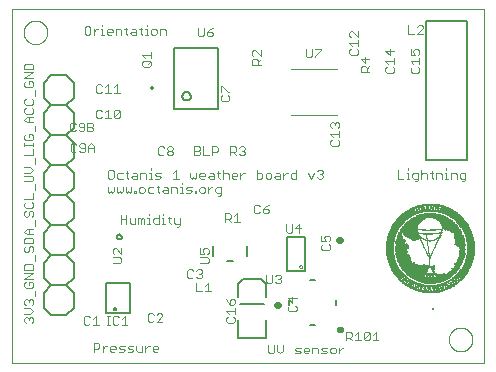
<source format=gto>
G75*
%MOIN*%
%OFA0B0*%
%FSLAX25Y25*%
%IPPOS*%
%LPD*%
%AMOC8*
5,1,8,0,0,1.08239X$1,22.5*
%
%ADD10C,0.00000*%
%ADD11C,0.00300*%
%ADD12R,0.03400X0.00100*%
%ADD13R,0.04800X0.00100*%
%ADD14R,0.05900X0.00100*%
%ADD15R,0.06800X0.00100*%
%ADD16R,0.07600X0.00100*%
%ADD17R,0.00100X0.00100*%
%ADD18R,0.00900X0.00100*%
%ADD19R,0.03200X0.00100*%
%ADD20R,0.03000X0.00100*%
%ADD21R,0.00400X0.00100*%
%ADD22R,0.00700X0.00100*%
%ADD23R,0.00500X0.00100*%
%ADD24R,0.02700X0.00100*%
%ADD25R,0.02300X0.00100*%
%ADD26R,0.00200X0.00100*%
%ADD27R,0.00600X0.00100*%
%ADD28R,0.02400X0.00100*%
%ADD29R,0.02200X0.00100*%
%ADD30R,0.02600X0.00100*%
%ADD31R,0.00300X0.00100*%
%ADD32R,0.01900X0.00100*%
%ADD33R,0.01800X0.00100*%
%ADD34R,0.00800X0.00100*%
%ADD35R,0.02000X0.00100*%
%ADD36R,0.01500X0.00100*%
%ADD37R,0.01600X0.00100*%
%ADD38R,0.01400X0.00100*%
%ADD39R,0.01100X0.00100*%
%ADD40R,0.01700X0.00100*%
%ADD41R,0.01300X0.00100*%
%ADD42R,0.01200X0.00100*%
%ADD43R,0.03700X0.00100*%
%ADD44R,0.05500X0.00100*%
%ADD45R,0.01000X0.00100*%
%ADD46R,0.08000X0.00100*%
%ADD47R,0.02100X0.00100*%
%ADD48R,0.02900X0.00100*%
%ADD49R,0.04200X0.00100*%
%ADD50R,0.05200X0.00100*%
%ADD51R,0.06000X0.00100*%
%ADD52R,0.06700X0.00100*%
%ADD53R,0.07400X0.00100*%
%ADD54R,0.08500X0.00100*%
%ADD55R,0.09000X0.00100*%
%ADD56R,0.09500X0.00100*%
%ADD57R,0.09900X0.00100*%
%ADD58R,0.10300X0.00100*%
%ADD59R,0.10700X0.00100*%
%ADD60R,0.11100X0.00100*%
%ADD61R,0.11500X0.00100*%
%ADD62R,0.11800X0.00100*%
%ADD63R,0.12200X0.00100*%
%ADD64R,0.12500X0.00100*%
%ADD65R,0.04100X0.00100*%
%ADD66R,0.08600X0.00100*%
%ADD67R,0.04500X0.00100*%
%ADD68R,0.04400X0.00100*%
%ADD69R,0.04600X0.00100*%
%ADD70R,0.04900X0.00100*%
%ADD71R,0.05100X0.00100*%
%ADD72R,0.05000X0.00100*%
%ADD73R,0.03500X0.00100*%
%ADD74R,0.05400X0.00100*%
%ADD75R,0.05600X0.00100*%
%ADD76R,0.05800X0.00100*%
%ADD77R,0.02800X0.00100*%
%ADD78R,0.06100X0.00100*%
%ADD79R,0.03300X0.00100*%
%ADD80R,0.06300X0.00100*%
%ADD81R,0.06400X0.00100*%
%ADD82R,0.06600X0.00100*%
%ADD83R,0.06900X0.00100*%
%ADD84R,0.07100X0.00100*%
%ADD85R,0.03100X0.00100*%
%ADD86R,0.07200X0.00100*%
%ADD87R,0.02500X0.00100*%
%ADD88R,0.07700X0.00100*%
%ADD89R,0.07900X0.00100*%
%ADD90R,0.08100X0.00100*%
%ADD91R,0.08200X0.00100*%
%ADD92R,0.08300X0.00100*%
%ADD93R,0.08400X0.00100*%
%ADD94R,0.08800X0.00100*%
%ADD95R,0.09200X0.00100*%
%ADD96R,0.09300X0.00100*%
%ADD97R,0.09400X0.00100*%
%ADD98R,0.09600X0.00100*%
%ADD99R,0.11300X0.00100*%
%ADD100R,0.11400X0.00100*%
%ADD101R,0.10500X0.00100*%
%ADD102R,0.10100X0.00100*%
%ADD103R,0.10200X0.00100*%
%ADD104R,0.06500X0.00100*%
%ADD105R,0.06200X0.00100*%
%ADD106R,0.04700X0.00100*%
%ADD107R,0.03900X0.00100*%
%ADD108R,0.03600X0.00100*%
%ADD109R,0.04000X0.00100*%
%ADD110R,0.04300X0.00100*%
%ADD111R,0.05300X0.00100*%
%ADD112R,0.07000X0.00100*%
%ADD113R,0.05700X0.00100*%
%ADD114R,0.03800X0.00100*%
%ADD115C,0.02200*%
%ADD116C,0.00600*%
%ADD117C,0.00500*%
%ADD118C,0.00100*%
%ADD119C,0.01600*%
%ADD120C,0.00800*%
%ADD121C,0.00400*%
%ADD122C,0.01378*%
%ADD123R,0.00984X0.00984*%
D10*
X0001600Y0001600D02*
X0001600Y0119710D01*
X0159080Y0119710D01*
X0159080Y0001600D01*
X0001600Y0001600D01*
X0005537Y0111836D02*
X0005539Y0111961D01*
X0005545Y0112086D01*
X0005555Y0112210D01*
X0005569Y0112334D01*
X0005586Y0112458D01*
X0005608Y0112581D01*
X0005634Y0112703D01*
X0005663Y0112825D01*
X0005696Y0112945D01*
X0005734Y0113064D01*
X0005774Y0113183D01*
X0005819Y0113299D01*
X0005867Y0113414D01*
X0005919Y0113528D01*
X0005975Y0113640D01*
X0006034Y0113750D01*
X0006096Y0113858D01*
X0006162Y0113965D01*
X0006231Y0114069D01*
X0006304Y0114170D01*
X0006379Y0114270D01*
X0006458Y0114367D01*
X0006540Y0114461D01*
X0006625Y0114553D01*
X0006712Y0114642D01*
X0006803Y0114728D01*
X0006896Y0114811D01*
X0006992Y0114892D01*
X0007090Y0114969D01*
X0007190Y0115043D01*
X0007293Y0115114D01*
X0007398Y0115181D01*
X0007506Y0115246D01*
X0007615Y0115306D01*
X0007726Y0115364D01*
X0007839Y0115417D01*
X0007953Y0115467D01*
X0008069Y0115514D01*
X0008186Y0115556D01*
X0008305Y0115595D01*
X0008425Y0115631D01*
X0008546Y0115662D01*
X0008668Y0115690D01*
X0008790Y0115713D01*
X0008914Y0115733D01*
X0009038Y0115749D01*
X0009162Y0115761D01*
X0009287Y0115769D01*
X0009412Y0115773D01*
X0009536Y0115773D01*
X0009661Y0115769D01*
X0009786Y0115761D01*
X0009910Y0115749D01*
X0010034Y0115733D01*
X0010158Y0115713D01*
X0010280Y0115690D01*
X0010402Y0115662D01*
X0010523Y0115631D01*
X0010643Y0115595D01*
X0010762Y0115556D01*
X0010879Y0115514D01*
X0010995Y0115467D01*
X0011109Y0115417D01*
X0011222Y0115364D01*
X0011333Y0115306D01*
X0011443Y0115246D01*
X0011550Y0115181D01*
X0011655Y0115114D01*
X0011758Y0115043D01*
X0011858Y0114969D01*
X0011956Y0114892D01*
X0012052Y0114811D01*
X0012145Y0114728D01*
X0012236Y0114642D01*
X0012323Y0114553D01*
X0012408Y0114461D01*
X0012490Y0114367D01*
X0012569Y0114270D01*
X0012644Y0114170D01*
X0012717Y0114069D01*
X0012786Y0113965D01*
X0012852Y0113858D01*
X0012914Y0113750D01*
X0012973Y0113640D01*
X0013029Y0113528D01*
X0013081Y0113414D01*
X0013129Y0113299D01*
X0013174Y0113183D01*
X0013214Y0113064D01*
X0013252Y0112945D01*
X0013285Y0112825D01*
X0013314Y0112703D01*
X0013340Y0112581D01*
X0013362Y0112458D01*
X0013379Y0112334D01*
X0013393Y0112210D01*
X0013403Y0112086D01*
X0013409Y0111961D01*
X0013411Y0111836D01*
X0013409Y0111711D01*
X0013403Y0111586D01*
X0013393Y0111462D01*
X0013379Y0111338D01*
X0013362Y0111214D01*
X0013340Y0111091D01*
X0013314Y0110969D01*
X0013285Y0110847D01*
X0013252Y0110727D01*
X0013214Y0110608D01*
X0013174Y0110489D01*
X0013129Y0110373D01*
X0013081Y0110258D01*
X0013029Y0110144D01*
X0012973Y0110032D01*
X0012914Y0109922D01*
X0012852Y0109814D01*
X0012786Y0109707D01*
X0012717Y0109603D01*
X0012644Y0109502D01*
X0012569Y0109402D01*
X0012490Y0109305D01*
X0012408Y0109211D01*
X0012323Y0109119D01*
X0012236Y0109030D01*
X0012145Y0108944D01*
X0012052Y0108861D01*
X0011956Y0108780D01*
X0011858Y0108703D01*
X0011758Y0108629D01*
X0011655Y0108558D01*
X0011550Y0108491D01*
X0011442Y0108426D01*
X0011333Y0108366D01*
X0011222Y0108308D01*
X0011109Y0108255D01*
X0010995Y0108205D01*
X0010879Y0108158D01*
X0010762Y0108116D01*
X0010643Y0108077D01*
X0010523Y0108041D01*
X0010402Y0108010D01*
X0010280Y0107982D01*
X0010158Y0107959D01*
X0010034Y0107939D01*
X0009910Y0107923D01*
X0009786Y0107911D01*
X0009661Y0107903D01*
X0009536Y0107899D01*
X0009412Y0107899D01*
X0009287Y0107903D01*
X0009162Y0107911D01*
X0009038Y0107923D01*
X0008914Y0107939D01*
X0008790Y0107959D01*
X0008668Y0107982D01*
X0008546Y0108010D01*
X0008425Y0108041D01*
X0008305Y0108077D01*
X0008186Y0108116D01*
X0008069Y0108158D01*
X0007953Y0108205D01*
X0007839Y0108255D01*
X0007726Y0108308D01*
X0007615Y0108366D01*
X0007505Y0108426D01*
X0007398Y0108491D01*
X0007293Y0108558D01*
X0007190Y0108629D01*
X0007090Y0108703D01*
X0006992Y0108780D01*
X0006896Y0108861D01*
X0006803Y0108944D01*
X0006712Y0109030D01*
X0006625Y0109119D01*
X0006540Y0109211D01*
X0006458Y0109305D01*
X0006379Y0109402D01*
X0006304Y0109502D01*
X0006231Y0109603D01*
X0006162Y0109707D01*
X0006096Y0109814D01*
X0006034Y0109922D01*
X0005975Y0110032D01*
X0005919Y0110144D01*
X0005867Y0110258D01*
X0005819Y0110373D01*
X0005774Y0110489D01*
X0005734Y0110608D01*
X0005696Y0110727D01*
X0005663Y0110847D01*
X0005634Y0110969D01*
X0005608Y0111091D01*
X0005586Y0111214D01*
X0005569Y0111338D01*
X0005555Y0111462D01*
X0005545Y0111586D01*
X0005539Y0111711D01*
X0005537Y0111836D01*
X0147269Y0009474D02*
X0147271Y0009599D01*
X0147277Y0009724D01*
X0147287Y0009848D01*
X0147301Y0009972D01*
X0147318Y0010096D01*
X0147340Y0010219D01*
X0147366Y0010341D01*
X0147395Y0010463D01*
X0147428Y0010583D01*
X0147466Y0010702D01*
X0147506Y0010821D01*
X0147551Y0010937D01*
X0147599Y0011052D01*
X0147651Y0011166D01*
X0147707Y0011278D01*
X0147766Y0011388D01*
X0147828Y0011496D01*
X0147894Y0011603D01*
X0147963Y0011707D01*
X0148036Y0011808D01*
X0148111Y0011908D01*
X0148190Y0012005D01*
X0148272Y0012099D01*
X0148357Y0012191D01*
X0148444Y0012280D01*
X0148535Y0012366D01*
X0148628Y0012449D01*
X0148724Y0012530D01*
X0148822Y0012607D01*
X0148922Y0012681D01*
X0149025Y0012752D01*
X0149130Y0012819D01*
X0149238Y0012884D01*
X0149347Y0012944D01*
X0149458Y0013002D01*
X0149571Y0013055D01*
X0149685Y0013105D01*
X0149801Y0013152D01*
X0149918Y0013194D01*
X0150037Y0013233D01*
X0150157Y0013269D01*
X0150278Y0013300D01*
X0150400Y0013328D01*
X0150522Y0013351D01*
X0150646Y0013371D01*
X0150770Y0013387D01*
X0150894Y0013399D01*
X0151019Y0013407D01*
X0151144Y0013411D01*
X0151268Y0013411D01*
X0151393Y0013407D01*
X0151518Y0013399D01*
X0151642Y0013387D01*
X0151766Y0013371D01*
X0151890Y0013351D01*
X0152012Y0013328D01*
X0152134Y0013300D01*
X0152255Y0013269D01*
X0152375Y0013233D01*
X0152494Y0013194D01*
X0152611Y0013152D01*
X0152727Y0013105D01*
X0152841Y0013055D01*
X0152954Y0013002D01*
X0153065Y0012944D01*
X0153175Y0012884D01*
X0153282Y0012819D01*
X0153387Y0012752D01*
X0153490Y0012681D01*
X0153590Y0012607D01*
X0153688Y0012530D01*
X0153784Y0012449D01*
X0153877Y0012366D01*
X0153968Y0012280D01*
X0154055Y0012191D01*
X0154140Y0012099D01*
X0154222Y0012005D01*
X0154301Y0011908D01*
X0154376Y0011808D01*
X0154449Y0011707D01*
X0154518Y0011603D01*
X0154584Y0011496D01*
X0154646Y0011388D01*
X0154705Y0011278D01*
X0154761Y0011166D01*
X0154813Y0011052D01*
X0154861Y0010937D01*
X0154906Y0010821D01*
X0154946Y0010702D01*
X0154984Y0010583D01*
X0155017Y0010463D01*
X0155046Y0010341D01*
X0155072Y0010219D01*
X0155094Y0010096D01*
X0155111Y0009972D01*
X0155125Y0009848D01*
X0155135Y0009724D01*
X0155141Y0009599D01*
X0155143Y0009474D01*
X0155141Y0009349D01*
X0155135Y0009224D01*
X0155125Y0009100D01*
X0155111Y0008976D01*
X0155094Y0008852D01*
X0155072Y0008729D01*
X0155046Y0008607D01*
X0155017Y0008485D01*
X0154984Y0008365D01*
X0154946Y0008246D01*
X0154906Y0008127D01*
X0154861Y0008011D01*
X0154813Y0007896D01*
X0154761Y0007782D01*
X0154705Y0007670D01*
X0154646Y0007560D01*
X0154584Y0007452D01*
X0154518Y0007345D01*
X0154449Y0007241D01*
X0154376Y0007140D01*
X0154301Y0007040D01*
X0154222Y0006943D01*
X0154140Y0006849D01*
X0154055Y0006757D01*
X0153968Y0006668D01*
X0153877Y0006582D01*
X0153784Y0006499D01*
X0153688Y0006418D01*
X0153590Y0006341D01*
X0153490Y0006267D01*
X0153387Y0006196D01*
X0153282Y0006129D01*
X0153174Y0006064D01*
X0153065Y0006004D01*
X0152954Y0005946D01*
X0152841Y0005893D01*
X0152727Y0005843D01*
X0152611Y0005796D01*
X0152494Y0005754D01*
X0152375Y0005715D01*
X0152255Y0005679D01*
X0152134Y0005648D01*
X0152012Y0005620D01*
X0151890Y0005597D01*
X0151766Y0005577D01*
X0151642Y0005561D01*
X0151518Y0005549D01*
X0151393Y0005541D01*
X0151268Y0005537D01*
X0151144Y0005537D01*
X0151019Y0005541D01*
X0150894Y0005549D01*
X0150770Y0005561D01*
X0150646Y0005577D01*
X0150522Y0005597D01*
X0150400Y0005620D01*
X0150278Y0005648D01*
X0150157Y0005679D01*
X0150037Y0005715D01*
X0149918Y0005754D01*
X0149801Y0005796D01*
X0149685Y0005843D01*
X0149571Y0005893D01*
X0149458Y0005946D01*
X0149347Y0006004D01*
X0149237Y0006064D01*
X0149130Y0006129D01*
X0149025Y0006196D01*
X0148922Y0006267D01*
X0148822Y0006341D01*
X0148724Y0006418D01*
X0148628Y0006499D01*
X0148535Y0006582D01*
X0148444Y0006668D01*
X0148357Y0006757D01*
X0148272Y0006849D01*
X0148190Y0006943D01*
X0148111Y0007040D01*
X0148036Y0007140D01*
X0147963Y0007241D01*
X0147894Y0007345D01*
X0147828Y0007452D01*
X0147766Y0007560D01*
X0147707Y0007670D01*
X0147651Y0007782D01*
X0147599Y0007896D01*
X0147551Y0008011D01*
X0147506Y0008127D01*
X0147466Y0008246D01*
X0147428Y0008365D01*
X0147395Y0008485D01*
X0147366Y0008607D01*
X0147340Y0008729D01*
X0147318Y0008852D01*
X0147301Y0008976D01*
X0147287Y0009100D01*
X0147277Y0009224D01*
X0147271Y0009349D01*
X0147269Y0009474D01*
D11*
X0123798Y0009155D02*
X0121863Y0009155D01*
X0122830Y0009155D02*
X0122830Y0012057D01*
X0121863Y0011090D01*
X0120851Y0011573D02*
X0118916Y0009638D01*
X0119400Y0009155D01*
X0120367Y0009155D01*
X0120851Y0009638D01*
X0120851Y0011573D01*
X0120367Y0012057D01*
X0119400Y0012057D01*
X0118916Y0011573D01*
X0118916Y0009638D01*
X0117904Y0009155D02*
X0115970Y0009155D01*
X0116937Y0009155D02*
X0116937Y0012057D01*
X0115970Y0011090D01*
X0114958Y0011573D02*
X0114958Y0010606D01*
X0114474Y0010122D01*
X0113023Y0010122D01*
X0113023Y0009155D02*
X0113023Y0012057D01*
X0114474Y0012057D01*
X0114958Y0011573D01*
X0113990Y0010122D02*
X0114958Y0009155D01*
X0112110Y0006774D02*
X0111627Y0006774D01*
X0110659Y0005806D01*
X0110659Y0004839D02*
X0110659Y0006774D01*
X0109648Y0006290D02*
X0109164Y0006774D01*
X0108196Y0006774D01*
X0107713Y0006290D01*
X0107713Y0005323D01*
X0108196Y0004839D01*
X0109164Y0004839D01*
X0109648Y0005323D01*
X0109648Y0006290D01*
X0106701Y0006774D02*
X0105250Y0006774D01*
X0104766Y0006290D01*
X0105250Y0005806D01*
X0106217Y0005806D01*
X0106701Y0005323D01*
X0106217Y0004839D01*
X0104766Y0004839D01*
X0103755Y0004839D02*
X0103755Y0006290D01*
X0103271Y0006774D01*
X0101820Y0006774D01*
X0101820Y0004839D01*
X0100808Y0005806D02*
X0098873Y0005806D01*
X0098873Y0005323D02*
X0098873Y0006290D01*
X0099357Y0006774D01*
X0100324Y0006774D01*
X0100808Y0006290D01*
X0100808Y0005806D01*
X0100324Y0004839D02*
X0099357Y0004839D01*
X0098873Y0005323D01*
X0097862Y0005323D02*
X0097378Y0004839D01*
X0095927Y0004839D01*
X0096410Y0005806D02*
X0095927Y0006290D01*
X0096410Y0006774D01*
X0097862Y0006774D01*
X0097378Y0005806D02*
X0096410Y0005806D01*
X0097378Y0005806D02*
X0097862Y0005323D01*
X0091969Y0005806D02*
X0091969Y0007741D01*
X0090034Y0007741D02*
X0090034Y0005806D01*
X0091001Y0004839D01*
X0091969Y0005806D01*
X0089022Y0005323D02*
X0089022Y0007741D01*
X0087087Y0007741D02*
X0087087Y0005323D01*
X0087571Y0004839D01*
X0088538Y0004839D01*
X0089022Y0005323D01*
X0075924Y0015623D02*
X0075924Y0016590D01*
X0075440Y0017074D01*
X0075924Y0018085D02*
X0075924Y0020020D01*
X0075924Y0019053D02*
X0073022Y0019053D01*
X0073989Y0018085D01*
X0073505Y0017074D02*
X0073022Y0016590D01*
X0073022Y0015623D01*
X0073505Y0015139D01*
X0075440Y0015139D01*
X0075924Y0015623D01*
X0075440Y0021032D02*
X0074473Y0021032D01*
X0074473Y0022483D01*
X0074957Y0022967D01*
X0075440Y0022967D01*
X0075924Y0022483D01*
X0075924Y0021516D01*
X0075440Y0021032D01*
X0074473Y0021032D02*
X0073505Y0021999D01*
X0073022Y0022967D01*
X0067862Y0025539D02*
X0065927Y0025539D01*
X0066895Y0025539D02*
X0066895Y0028441D01*
X0065927Y0027474D01*
X0064916Y0025539D02*
X0062981Y0025539D01*
X0062981Y0028441D01*
X0063561Y0029939D02*
X0063077Y0030423D01*
X0063561Y0029939D02*
X0064529Y0029939D01*
X0065012Y0030423D01*
X0065012Y0030906D01*
X0064529Y0031390D01*
X0064045Y0031390D01*
X0064529Y0031390D02*
X0065012Y0031874D01*
X0065012Y0032358D01*
X0064529Y0032841D01*
X0063561Y0032841D01*
X0063077Y0032358D01*
X0062066Y0032358D02*
X0061582Y0032841D01*
X0060615Y0032841D01*
X0060131Y0032358D01*
X0060131Y0030423D01*
X0060615Y0029939D01*
X0061582Y0029939D01*
X0062066Y0030423D01*
X0064322Y0034946D02*
X0066740Y0034946D01*
X0067224Y0035430D01*
X0067224Y0036397D01*
X0066740Y0036881D01*
X0064322Y0036881D01*
X0064322Y0037892D02*
X0065773Y0037892D01*
X0065289Y0038860D01*
X0065289Y0039344D01*
X0065773Y0039827D01*
X0066740Y0039827D01*
X0067224Y0039344D01*
X0067224Y0038376D01*
X0066740Y0037892D01*
X0064322Y0037892D02*
X0064322Y0039827D01*
X0057017Y0047071D02*
X0056534Y0047071D01*
X0057017Y0047071D02*
X0057501Y0047555D01*
X0057501Y0049974D01*
X0055566Y0049974D02*
X0055566Y0048523D01*
X0056050Y0048039D01*
X0057501Y0048039D01*
X0054569Y0048039D02*
X0054086Y0048523D01*
X0054086Y0050458D01*
X0054569Y0049974D02*
X0053602Y0049974D01*
X0052121Y0049974D02*
X0052121Y0048039D01*
X0051637Y0048039D02*
X0052605Y0048039D01*
X0050626Y0048039D02*
X0050626Y0050941D01*
X0050626Y0049974D02*
X0049175Y0049974D01*
X0048691Y0049490D01*
X0048691Y0048523D01*
X0049175Y0048039D01*
X0050626Y0048039D01*
X0047694Y0048039D02*
X0046727Y0048039D01*
X0047210Y0048039D02*
X0047210Y0049974D01*
X0046727Y0049974D01*
X0047210Y0050941D02*
X0047210Y0051425D01*
X0045715Y0049490D02*
X0045231Y0049974D01*
X0044748Y0049490D01*
X0044748Y0048039D01*
X0045715Y0048039D02*
X0045715Y0049490D01*
X0044748Y0049490D02*
X0044264Y0049974D01*
X0043780Y0049974D01*
X0043780Y0048039D01*
X0042769Y0048039D02*
X0042769Y0049974D01*
X0042769Y0048039D02*
X0041317Y0048039D01*
X0040834Y0048523D01*
X0040834Y0049974D01*
X0039822Y0049490D02*
X0037887Y0049490D01*
X0037887Y0048039D02*
X0037887Y0050941D01*
X0039822Y0050941D02*
X0039822Y0048039D01*
X0038124Y0039820D02*
X0038124Y0037885D01*
X0036189Y0039820D01*
X0035705Y0039820D01*
X0035222Y0039337D01*
X0035222Y0038369D01*
X0035705Y0037885D01*
X0035222Y0036874D02*
X0037640Y0036874D01*
X0038124Y0036390D01*
X0038124Y0035423D01*
X0037640Y0034939D01*
X0035222Y0034939D01*
X0047408Y0018241D02*
X0046924Y0017758D01*
X0046924Y0015823D01*
X0047408Y0015339D01*
X0048375Y0015339D01*
X0048859Y0015823D01*
X0049871Y0015339D02*
X0051806Y0017274D01*
X0051806Y0017758D01*
X0051322Y0018241D01*
X0050354Y0018241D01*
X0049871Y0017758D01*
X0048859Y0017758D02*
X0048375Y0018241D01*
X0047408Y0018241D01*
X0049871Y0015339D02*
X0051806Y0015339D01*
X0049982Y0007374D02*
X0050465Y0006890D01*
X0050465Y0006406D01*
X0048530Y0006406D01*
X0048530Y0005923D02*
X0048530Y0006890D01*
X0049014Y0007374D01*
X0049982Y0007374D01*
X0047526Y0007374D02*
X0047043Y0007374D01*
X0046075Y0006406D01*
X0046075Y0005439D02*
X0046075Y0007374D01*
X0045063Y0007374D02*
X0045063Y0005439D01*
X0043612Y0005439D01*
X0043129Y0005923D01*
X0043129Y0007374D01*
X0042117Y0007374D02*
X0040666Y0007374D01*
X0040182Y0006890D01*
X0040666Y0006406D01*
X0041633Y0006406D01*
X0042117Y0005923D01*
X0041633Y0005439D01*
X0040182Y0005439D01*
X0039170Y0005923D02*
X0038687Y0006406D01*
X0037719Y0006406D01*
X0037235Y0006890D01*
X0037719Y0007374D01*
X0039170Y0007374D01*
X0036224Y0006890D02*
X0036224Y0006406D01*
X0034289Y0006406D01*
X0034289Y0005923D02*
X0034289Y0006890D01*
X0034773Y0007374D01*
X0035740Y0007374D01*
X0036224Y0006890D01*
X0035740Y0005439D02*
X0034773Y0005439D01*
X0034289Y0005923D01*
X0032801Y0007374D02*
X0031834Y0006406D01*
X0031834Y0005439D02*
X0031834Y0007374D01*
X0032801Y0007374D02*
X0033285Y0007374D01*
X0030822Y0007858D02*
X0030822Y0006890D01*
X0030338Y0006406D01*
X0028887Y0006406D01*
X0028887Y0005439D02*
X0028887Y0008341D01*
X0030338Y0008341D01*
X0030822Y0007858D01*
X0037235Y0005439D02*
X0038687Y0005439D01*
X0039170Y0005923D01*
X0048530Y0005923D02*
X0049014Y0005439D01*
X0049982Y0005439D01*
X0040141Y0014439D02*
X0038206Y0014439D01*
X0039174Y0014439D02*
X0039174Y0017341D01*
X0038206Y0016374D01*
X0037195Y0016858D02*
X0036711Y0017341D01*
X0035743Y0017341D01*
X0035260Y0016858D01*
X0035260Y0014923D01*
X0035743Y0014439D01*
X0036711Y0014439D01*
X0037195Y0014923D01*
X0034263Y0014439D02*
X0033295Y0014439D01*
X0033779Y0014439D02*
X0033779Y0017341D01*
X0033295Y0017341D02*
X0034263Y0017341D01*
X0029538Y0017341D02*
X0029538Y0014439D01*
X0028571Y0014439D02*
X0030506Y0014439D01*
X0028571Y0016374D02*
X0029538Y0017341D01*
X0027559Y0016858D02*
X0027075Y0017341D01*
X0026108Y0017341D01*
X0025624Y0016858D01*
X0025624Y0014923D01*
X0026108Y0014439D01*
X0027075Y0014439D01*
X0027559Y0014923D01*
X0008724Y0015508D02*
X0008240Y0015024D01*
X0008724Y0015508D02*
X0008724Y0016475D01*
X0008240Y0016959D01*
X0007757Y0016959D01*
X0007273Y0016475D01*
X0007273Y0015991D01*
X0007273Y0016475D02*
X0006789Y0016959D01*
X0006305Y0016959D01*
X0005822Y0016475D01*
X0005822Y0015508D01*
X0006305Y0015024D01*
X0005822Y0017971D02*
X0007757Y0017971D01*
X0008724Y0018938D01*
X0007757Y0019906D01*
X0005822Y0019906D01*
X0006305Y0020917D02*
X0005822Y0021401D01*
X0005822Y0022368D01*
X0006305Y0022852D01*
X0006789Y0022852D01*
X0007273Y0022368D01*
X0007757Y0022852D01*
X0008240Y0022852D01*
X0008724Y0022368D01*
X0008724Y0021401D01*
X0008240Y0020917D01*
X0007273Y0021885D02*
X0007273Y0022368D01*
X0009208Y0023864D02*
X0009208Y0025799D01*
X0008240Y0026810D02*
X0008724Y0027294D01*
X0008724Y0028261D01*
X0008240Y0028745D01*
X0007273Y0028745D01*
X0007273Y0027778D01*
X0006305Y0028745D02*
X0005822Y0028261D01*
X0005822Y0027294D01*
X0006305Y0026810D01*
X0008240Y0026810D01*
X0008724Y0029757D02*
X0005822Y0029757D01*
X0008724Y0031692D01*
X0005822Y0031692D01*
X0005822Y0032703D02*
X0005822Y0034154D01*
X0006305Y0034638D01*
X0008240Y0034638D01*
X0008724Y0034154D01*
X0008724Y0032703D01*
X0005822Y0032703D01*
X0009208Y0035650D02*
X0009208Y0037585D01*
X0008240Y0038596D02*
X0008724Y0039080D01*
X0008724Y0040047D01*
X0008240Y0040531D01*
X0007757Y0040531D01*
X0007273Y0040047D01*
X0007273Y0039080D01*
X0006789Y0038596D01*
X0006305Y0038596D01*
X0005822Y0039080D01*
X0005822Y0040047D01*
X0006305Y0040531D01*
X0005822Y0041543D02*
X0005822Y0042994D01*
X0006305Y0043478D01*
X0008240Y0043478D01*
X0008724Y0042994D01*
X0008724Y0041543D01*
X0005822Y0041543D01*
X0006789Y0044489D02*
X0005822Y0045457D01*
X0006789Y0046424D01*
X0008724Y0046424D01*
X0009208Y0047436D02*
X0009208Y0049371D01*
X0008240Y0050382D02*
X0008724Y0050866D01*
X0008724Y0051833D01*
X0008240Y0052317D01*
X0007757Y0052317D01*
X0007273Y0051833D01*
X0007273Y0050866D01*
X0006789Y0050382D01*
X0006305Y0050382D01*
X0005822Y0050866D01*
X0005822Y0051833D01*
X0006305Y0052317D01*
X0006305Y0053329D02*
X0008240Y0053329D01*
X0008724Y0053812D01*
X0008724Y0054780D01*
X0008240Y0055264D01*
X0008724Y0056275D02*
X0008724Y0058210D01*
X0009208Y0059222D02*
X0009208Y0061157D01*
X0008240Y0062168D02*
X0008724Y0062652D01*
X0008724Y0063620D01*
X0008240Y0064103D01*
X0005822Y0064103D01*
X0005822Y0065115D02*
X0007757Y0065115D01*
X0008724Y0066082D01*
X0007757Y0067050D01*
X0005822Y0067050D01*
X0009208Y0068061D02*
X0009208Y0069996D01*
X0008724Y0071008D02*
X0008724Y0072943D01*
X0008724Y0073954D02*
X0008724Y0074922D01*
X0008724Y0074438D02*
X0005822Y0074438D01*
X0005822Y0073954D02*
X0005822Y0074922D01*
X0006305Y0075919D02*
X0008240Y0075919D01*
X0008724Y0076402D01*
X0008724Y0077370D01*
X0008240Y0077854D01*
X0007273Y0077854D01*
X0007273Y0076886D01*
X0006305Y0075919D02*
X0005822Y0076402D01*
X0005822Y0077370D01*
X0006305Y0077854D01*
X0009208Y0078865D02*
X0009208Y0080800D01*
X0008724Y0081812D02*
X0006789Y0081812D01*
X0005822Y0082779D01*
X0006789Y0083747D01*
X0008724Y0083747D01*
X0008240Y0084758D02*
X0008724Y0085242D01*
X0008724Y0086210D01*
X0008240Y0086693D01*
X0008240Y0087705D02*
X0008724Y0088189D01*
X0008724Y0089156D01*
X0008240Y0089640D01*
X0009208Y0090651D02*
X0009208Y0092586D01*
X0008240Y0093598D02*
X0008724Y0094082D01*
X0008724Y0095049D01*
X0008240Y0095533D01*
X0007273Y0095533D01*
X0007273Y0094565D01*
X0008240Y0093598D02*
X0006305Y0093598D01*
X0005822Y0094082D01*
X0005822Y0095049D01*
X0006305Y0095533D01*
X0005822Y0096544D02*
X0008724Y0098479D01*
X0005822Y0098479D01*
X0005822Y0099491D02*
X0005822Y0100942D01*
X0006305Y0101426D01*
X0008240Y0101426D01*
X0008724Y0100942D01*
X0008724Y0099491D01*
X0005822Y0099491D01*
X0005822Y0096544D02*
X0008724Y0096544D01*
X0006305Y0089640D02*
X0005822Y0089156D01*
X0005822Y0088189D01*
X0006305Y0087705D01*
X0008240Y0087705D01*
X0006305Y0086693D02*
X0005822Y0086210D01*
X0005822Y0085242D01*
X0006305Y0084758D01*
X0008240Y0084758D01*
X0007273Y0083747D02*
X0007273Y0081812D01*
X0020924Y0081258D02*
X0020924Y0079323D01*
X0021408Y0078839D01*
X0022375Y0078839D01*
X0022859Y0079323D01*
X0023871Y0079323D02*
X0024354Y0078839D01*
X0025322Y0078839D01*
X0025806Y0079323D01*
X0025806Y0081258D01*
X0025322Y0081741D01*
X0024354Y0081741D01*
X0023871Y0081258D01*
X0023871Y0080774D01*
X0024354Y0080290D01*
X0025806Y0080290D01*
X0026817Y0080290D02*
X0028268Y0080290D01*
X0028752Y0079806D01*
X0028752Y0079323D01*
X0028268Y0078839D01*
X0026817Y0078839D01*
X0026817Y0081741D01*
X0028268Y0081741D01*
X0028752Y0081258D01*
X0028752Y0080774D01*
X0028268Y0080290D01*
X0030168Y0083239D02*
X0031136Y0083239D01*
X0031619Y0083723D01*
X0032631Y0083239D02*
X0034566Y0083239D01*
X0033598Y0083239D02*
X0033598Y0086141D01*
X0032631Y0085174D01*
X0031619Y0085658D02*
X0031136Y0086141D01*
X0030168Y0086141D01*
X0029684Y0085658D01*
X0029684Y0083723D01*
X0030168Y0083239D01*
X0035577Y0083723D02*
X0037512Y0085658D01*
X0037512Y0083723D01*
X0037029Y0083239D01*
X0036061Y0083239D01*
X0035577Y0083723D01*
X0035577Y0085658D01*
X0036061Y0086141D01*
X0037029Y0086141D01*
X0037512Y0085658D01*
X0037512Y0091639D02*
X0035577Y0091639D01*
X0036545Y0091639D02*
X0036545Y0094541D01*
X0035577Y0093574D01*
X0033598Y0094541D02*
X0033598Y0091639D01*
X0032631Y0091639D02*
X0034566Y0091639D01*
X0032631Y0093574D02*
X0033598Y0094541D01*
X0031619Y0094058D02*
X0031136Y0094541D01*
X0030168Y0094541D01*
X0029684Y0094058D01*
X0029684Y0092123D01*
X0030168Y0091639D01*
X0031136Y0091639D01*
X0031619Y0092123D01*
X0022375Y0081741D02*
X0021408Y0081741D01*
X0020924Y0081258D01*
X0022375Y0081741D02*
X0022859Y0081258D01*
X0022636Y0074841D02*
X0021668Y0074841D01*
X0021184Y0074358D01*
X0021184Y0072423D01*
X0021668Y0071939D01*
X0022636Y0071939D01*
X0023119Y0072423D01*
X0024131Y0072423D02*
X0024615Y0071939D01*
X0025582Y0071939D01*
X0026066Y0072423D01*
X0026066Y0074358D01*
X0025582Y0074841D01*
X0024615Y0074841D01*
X0024131Y0074358D01*
X0024131Y0073874D01*
X0024615Y0073390D01*
X0026066Y0073390D01*
X0027077Y0073390D02*
X0029012Y0073390D01*
X0029012Y0073874D02*
X0029012Y0071939D01*
X0027077Y0071939D02*
X0027077Y0073874D01*
X0028045Y0074841D01*
X0029012Y0073874D01*
X0023119Y0074358D02*
X0022636Y0074841D01*
X0033624Y0065558D02*
X0033624Y0063623D01*
X0034108Y0063139D01*
X0035075Y0063139D01*
X0035559Y0063623D01*
X0035559Y0065558D01*
X0035075Y0066041D01*
X0034108Y0066041D01*
X0033624Y0065558D01*
X0036571Y0064590D02*
X0036571Y0063623D01*
X0037054Y0063139D01*
X0038506Y0063139D01*
X0040001Y0063623D02*
X0040485Y0063139D01*
X0040001Y0063623D02*
X0040001Y0065558D01*
X0039517Y0065074D02*
X0040485Y0065074D01*
X0041965Y0065074D02*
X0042933Y0065074D01*
X0043416Y0064590D01*
X0043416Y0063139D01*
X0041965Y0063139D01*
X0041481Y0063623D01*
X0041965Y0064106D01*
X0043416Y0064106D01*
X0044428Y0063139D02*
X0044428Y0065074D01*
X0045879Y0065074D01*
X0046363Y0064590D01*
X0046363Y0063139D01*
X0047374Y0063139D02*
X0048342Y0063139D01*
X0047858Y0063139D02*
X0047858Y0065074D01*
X0047374Y0065074D01*
X0047858Y0066041D02*
X0047858Y0066525D01*
X0049339Y0064590D02*
X0049823Y0065074D01*
X0051274Y0065074D01*
X0050790Y0064106D02*
X0049823Y0064106D01*
X0049339Y0064590D01*
X0049339Y0063139D02*
X0050790Y0063139D01*
X0051274Y0063623D01*
X0050790Y0064106D01*
X0050314Y0060758D02*
X0050314Y0058823D01*
X0050797Y0058339D01*
X0051794Y0058823D02*
X0052278Y0059306D01*
X0053729Y0059306D01*
X0053729Y0059790D02*
X0053729Y0058339D01*
X0052278Y0058339D01*
X0051794Y0058823D01*
X0052278Y0060274D02*
X0053245Y0060274D01*
X0053729Y0059790D01*
X0054741Y0060274D02*
X0054741Y0058339D01*
X0056676Y0058339D02*
X0056676Y0059790D01*
X0056192Y0060274D01*
X0054741Y0060274D01*
X0057687Y0060274D02*
X0058171Y0060274D01*
X0058171Y0058339D01*
X0057687Y0058339D02*
X0058655Y0058339D01*
X0059652Y0058339D02*
X0061103Y0058339D01*
X0061587Y0058823D01*
X0061103Y0059306D01*
X0060135Y0059306D01*
X0059652Y0059790D01*
X0060135Y0060274D01*
X0061587Y0060274D01*
X0062598Y0058823D02*
X0063082Y0058823D01*
X0063082Y0058339D01*
X0062598Y0058339D01*
X0062598Y0058823D01*
X0064071Y0058823D02*
X0064071Y0059790D01*
X0064555Y0060274D01*
X0065523Y0060274D01*
X0066006Y0059790D01*
X0066006Y0058823D01*
X0065523Y0058339D01*
X0064555Y0058339D01*
X0064071Y0058823D01*
X0067018Y0059306D02*
X0067985Y0060274D01*
X0068469Y0060274D01*
X0069473Y0059790D02*
X0069473Y0058823D01*
X0069957Y0058339D01*
X0071408Y0058339D01*
X0071408Y0057855D02*
X0071408Y0060274D01*
X0069957Y0060274D01*
X0069473Y0059790D01*
X0067018Y0060274D02*
X0067018Y0058339D01*
X0070441Y0057371D02*
X0070925Y0057371D01*
X0071408Y0057855D01*
X0070932Y0063139D02*
X0070448Y0063623D01*
X0070448Y0065558D01*
X0069964Y0065074D02*
X0070932Y0065074D01*
X0071929Y0064590D02*
X0072412Y0065074D01*
X0073380Y0065074D01*
X0073864Y0064590D01*
X0073864Y0063139D01*
X0074875Y0063623D02*
X0074875Y0064590D01*
X0075359Y0065074D01*
X0076327Y0065074D01*
X0076810Y0064590D01*
X0076810Y0064106D01*
X0074875Y0064106D01*
X0074875Y0063623D02*
X0075359Y0063139D01*
X0076327Y0063139D01*
X0077822Y0063139D02*
X0077822Y0065074D01*
X0078789Y0065074D02*
X0077822Y0064106D01*
X0078789Y0065074D02*
X0079273Y0065074D01*
X0083224Y0065074D02*
X0084675Y0065074D01*
X0085159Y0064590D01*
X0085159Y0063623D01*
X0084675Y0063139D01*
X0083224Y0063139D01*
X0083224Y0066041D01*
X0086170Y0064590D02*
X0086170Y0063623D01*
X0086654Y0063139D01*
X0087621Y0063139D01*
X0088105Y0063623D01*
X0088105Y0064590D01*
X0087621Y0065074D01*
X0086654Y0065074D01*
X0086170Y0064590D01*
X0089117Y0063623D02*
X0089601Y0064106D01*
X0091052Y0064106D01*
X0091052Y0064590D02*
X0091052Y0063139D01*
X0089601Y0063139D01*
X0089117Y0063623D01*
X0089601Y0065074D02*
X0090568Y0065074D01*
X0091052Y0064590D01*
X0092063Y0064106D02*
X0093031Y0065074D01*
X0093515Y0065074D01*
X0094519Y0064590D02*
X0095002Y0065074D01*
X0096454Y0065074D01*
X0096454Y0066041D02*
X0096454Y0063139D01*
X0095002Y0063139D01*
X0094519Y0063623D01*
X0094519Y0064590D01*
X0092063Y0065074D02*
X0092063Y0063139D01*
X0100412Y0065074D02*
X0101379Y0063139D01*
X0102347Y0065074D01*
X0103358Y0065558D02*
X0103842Y0066041D01*
X0104809Y0066041D01*
X0105293Y0065558D01*
X0105293Y0065074D01*
X0104809Y0064590D01*
X0105293Y0064106D01*
X0105293Y0063623D01*
X0104809Y0063139D01*
X0103842Y0063139D01*
X0103358Y0063623D01*
X0104326Y0064590D02*
X0104809Y0064590D01*
X0108279Y0074102D02*
X0107796Y0074586D01*
X0107796Y0075553D01*
X0108279Y0076037D01*
X0108763Y0077048D02*
X0107796Y0078016D01*
X0110698Y0078016D01*
X0110698Y0078983D02*
X0110698Y0077048D01*
X0110214Y0076037D02*
X0110698Y0075553D01*
X0110698Y0074586D01*
X0110214Y0074102D01*
X0108279Y0074102D01*
X0108279Y0079995D02*
X0107796Y0080479D01*
X0107796Y0081446D01*
X0108279Y0081930D01*
X0108763Y0081930D01*
X0109247Y0081446D01*
X0109731Y0081930D01*
X0110214Y0081930D01*
X0110698Y0081446D01*
X0110698Y0080479D01*
X0110214Y0079995D01*
X0109247Y0080962D02*
X0109247Y0081446D01*
X0130224Y0066041D02*
X0130224Y0063139D01*
X0132159Y0063139D01*
X0133171Y0063139D02*
X0134138Y0063139D01*
X0133654Y0063139D02*
X0133654Y0065074D01*
X0133171Y0065074D01*
X0133654Y0066041D02*
X0133654Y0066525D01*
X0135135Y0064590D02*
X0135135Y0063623D01*
X0135619Y0063139D01*
X0137070Y0063139D01*
X0137070Y0062655D02*
X0137070Y0065074D01*
X0135619Y0065074D01*
X0135135Y0064590D01*
X0136102Y0062171D02*
X0136586Y0062171D01*
X0137070Y0062655D01*
X0138081Y0063139D02*
X0138081Y0066041D01*
X0138565Y0065074D02*
X0139533Y0065074D01*
X0140016Y0064590D01*
X0140016Y0063139D01*
X0141512Y0063623D02*
X0141995Y0063139D01*
X0141512Y0063623D02*
X0141512Y0065558D01*
X0141995Y0065074D02*
X0141028Y0065074D01*
X0142992Y0065074D02*
X0142992Y0063139D01*
X0142992Y0065074D02*
X0144443Y0065074D01*
X0144927Y0064590D01*
X0144927Y0063139D01*
X0145939Y0063139D02*
X0146906Y0063139D01*
X0146423Y0063139D02*
X0146423Y0065074D01*
X0145939Y0065074D01*
X0146423Y0066041D02*
X0146423Y0066525D01*
X0147903Y0065074D02*
X0149354Y0065074D01*
X0149838Y0064590D01*
X0149838Y0063139D01*
X0150850Y0063623D02*
X0150850Y0064590D01*
X0151333Y0065074D01*
X0152785Y0065074D01*
X0152785Y0062655D01*
X0152301Y0062171D01*
X0151817Y0062171D01*
X0151333Y0063139D02*
X0152785Y0063139D01*
X0151333Y0063139D02*
X0150850Y0063623D01*
X0147903Y0063139D02*
X0147903Y0065074D01*
X0138565Y0065074D02*
X0138081Y0064590D01*
X0107724Y0043637D02*
X0107724Y0042669D01*
X0107240Y0042185D01*
X0106273Y0042185D02*
X0105789Y0043153D01*
X0105789Y0043637D01*
X0106273Y0044120D01*
X0107240Y0044120D01*
X0107724Y0043637D01*
X0106273Y0042185D02*
X0104822Y0042185D01*
X0104822Y0044120D01*
X0105305Y0041174D02*
X0104822Y0040690D01*
X0104822Y0039723D01*
X0105305Y0039239D01*
X0107240Y0039239D01*
X0107724Y0039723D01*
X0107724Y0040690D01*
X0107240Y0041174D01*
X0097485Y0045039D02*
X0097485Y0047941D01*
X0096034Y0046490D01*
X0097969Y0046490D01*
X0095022Y0045523D02*
X0095022Y0047941D01*
X0093087Y0047941D02*
X0093087Y0045523D01*
X0093571Y0045039D01*
X0094538Y0045039D01*
X0095022Y0045523D01*
X0087212Y0052023D02*
X0087212Y0052506D01*
X0086729Y0052990D01*
X0085277Y0052990D01*
X0085277Y0052023D01*
X0085761Y0051539D01*
X0086729Y0051539D01*
X0087212Y0052023D01*
X0086245Y0053958D02*
X0085277Y0052990D01*
X0086245Y0053958D02*
X0087212Y0054441D01*
X0084266Y0053958D02*
X0083782Y0054441D01*
X0082815Y0054441D01*
X0082331Y0053958D01*
X0082331Y0052023D01*
X0082815Y0051539D01*
X0083782Y0051539D01*
X0084266Y0052023D01*
X0077512Y0048639D02*
X0075577Y0048639D01*
X0076545Y0048639D02*
X0076545Y0051541D01*
X0075577Y0050574D01*
X0074566Y0051058D02*
X0074566Y0050090D01*
X0074082Y0049606D01*
X0072631Y0049606D01*
X0072631Y0048639D02*
X0072631Y0051541D01*
X0074082Y0051541D01*
X0074566Y0051058D01*
X0073598Y0049606D02*
X0074566Y0048639D01*
X0058171Y0061241D02*
X0058171Y0061725D01*
X0057167Y0063139D02*
X0055232Y0063139D01*
X0056199Y0063139D02*
X0056199Y0066041D01*
X0055232Y0065074D01*
X0061125Y0065074D02*
X0061125Y0063623D01*
X0061609Y0063139D01*
X0062092Y0063623D01*
X0062576Y0063139D01*
X0063060Y0063623D01*
X0063060Y0065074D01*
X0064071Y0064590D02*
X0064071Y0063623D01*
X0064555Y0063139D01*
X0065523Y0063139D01*
X0066006Y0064106D02*
X0064071Y0064106D01*
X0064071Y0064590D02*
X0064555Y0065074D01*
X0065523Y0065074D01*
X0066006Y0064590D01*
X0066006Y0064106D01*
X0067018Y0063623D02*
X0067502Y0064106D01*
X0068953Y0064106D01*
X0068953Y0064590D02*
X0068953Y0063139D01*
X0067502Y0063139D01*
X0067018Y0063623D01*
X0067502Y0065074D02*
X0068469Y0065074D01*
X0068953Y0064590D01*
X0071929Y0066041D02*
X0071929Y0063139D01*
X0074424Y0070939D02*
X0074424Y0073841D01*
X0075875Y0073841D01*
X0076359Y0073358D01*
X0076359Y0072390D01*
X0075875Y0071906D01*
X0074424Y0071906D01*
X0075391Y0071906D02*
X0076359Y0070939D01*
X0077371Y0071423D02*
X0077854Y0070939D01*
X0078822Y0070939D01*
X0079306Y0071423D01*
X0079306Y0071906D01*
X0078822Y0072390D01*
X0078338Y0072390D01*
X0078822Y0072390D02*
X0079306Y0072874D01*
X0079306Y0073358D01*
X0078822Y0073841D01*
X0077854Y0073841D01*
X0077371Y0073358D01*
X0070252Y0073358D02*
X0070252Y0072390D01*
X0069768Y0071906D01*
X0068317Y0071906D01*
X0068317Y0070939D02*
X0068317Y0073841D01*
X0069768Y0073841D01*
X0070252Y0073358D01*
X0067306Y0070939D02*
X0065371Y0070939D01*
X0065371Y0073841D01*
X0064359Y0073358D02*
X0064359Y0072874D01*
X0063875Y0072390D01*
X0062424Y0072390D01*
X0062424Y0070939D02*
X0063875Y0070939D01*
X0064359Y0071423D01*
X0064359Y0071906D01*
X0063875Y0072390D01*
X0064359Y0073358D02*
X0063875Y0073841D01*
X0062424Y0073841D01*
X0062424Y0070939D01*
X0055306Y0071423D02*
X0054822Y0070939D01*
X0053854Y0070939D01*
X0053371Y0071423D01*
X0053371Y0071906D01*
X0053854Y0072390D01*
X0054822Y0072390D01*
X0055306Y0071906D01*
X0055306Y0071423D01*
X0054822Y0072390D02*
X0055306Y0072874D01*
X0055306Y0073358D01*
X0054822Y0073841D01*
X0053854Y0073841D01*
X0053371Y0073358D01*
X0053371Y0072874D01*
X0053854Y0072390D01*
X0052359Y0071423D02*
X0051875Y0070939D01*
X0050908Y0070939D01*
X0050424Y0071423D01*
X0050424Y0073358D01*
X0050908Y0073841D01*
X0051875Y0073841D01*
X0052359Y0073358D01*
X0038506Y0065074D02*
X0037054Y0065074D01*
X0036571Y0064590D01*
X0036571Y0060274D02*
X0036571Y0058823D01*
X0037054Y0058339D01*
X0037538Y0058823D01*
X0038022Y0058339D01*
X0038506Y0058823D01*
X0038506Y0060274D01*
X0039517Y0060274D02*
X0039517Y0058823D01*
X0040001Y0058339D01*
X0040485Y0058823D01*
X0040968Y0058339D01*
X0041452Y0058823D01*
X0041452Y0060274D01*
X0042464Y0058823D02*
X0042947Y0058823D01*
X0042947Y0058339D01*
X0042464Y0058339D01*
X0042464Y0058823D01*
X0043937Y0058823D02*
X0043937Y0059790D01*
X0044421Y0060274D01*
X0045388Y0060274D01*
X0045872Y0059790D01*
X0045872Y0058823D01*
X0045388Y0058339D01*
X0044421Y0058339D01*
X0043937Y0058823D01*
X0046883Y0058823D02*
X0047367Y0058339D01*
X0048818Y0058339D01*
X0048818Y0060274D02*
X0047367Y0060274D01*
X0046883Y0059790D01*
X0046883Y0058823D01*
X0049830Y0060274D02*
X0050797Y0060274D01*
X0052121Y0051425D02*
X0052121Y0050941D01*
X0052121Y0049974D02*
X0051637Y0049974D01*
X0035559Y0058823D02*
X0035559Y0060274D01*
X0035559Y0058823D02*
X0035075Y0058339D01*
X0034591Y0058823D01*
X0034108Y0058339D01*
X0033624Y0058823D01*
X0033624Y0060274D01*
X0008724Y0056275D02*
X0005822Y0056275D01*
X0006305Y0055264D02*
X0005822Y0054780D01*
X0005822Y0053812D01*
X0006305Y0053329D01*
X0007273Y0046424D02*
X0007273Y0044489D01*
X0006789Y0044489D02*
X0008724Y0044489D01*
X0008240Y0062168D02*
X0005822Y0062168D01*
X0005822Y0071008D02*
X0008724Y0071008D01*
X0045022Y0100930D02*
X0045505Y0100446D01*
X0047440Y0100446D01*
X0047924Y0100930D01*
X0047924Y0101897D01*
X0047440Y0102381D01*
X0045505Y0102381D01*
X0045022Y0101897D01*
X0045022Y0100930D01*
X0046957Y0101413D02*
X0047924Y0102381D01*
X0047924Y0103392D02*
X0047924Y0105327D01*
X0047924Y0104360D02*
X0045022Y0104360D01*
X0045989Y0103392D01*
X0046022Y0111039D02*
X0046989Y0111039D01*
X0046505Y0111039D02*
X0046505Y0112974D01*
X0046022Y0112974D01*
X0045025Y0112974D02*
X0044057Y0112974D01*
X0044541Y0113458D02*
X0044541Y0111523D01*
X0045025Y0111039D01*
X0043046Y0111039D02*
X0043046Y0112490D01*
X0042562Y0112974D01*
X0041594Y0112974D01*
X0041594Y0112006D02*
X0043046Y0112006D01*
X0043046Y0111039D02*
X0041594Y0111039D01*
X0041111Y0111523D01*
X0041594Y0112006D01*
X0040114Y0111039D02*
X0039630Y0111523D01*
X0039630Y0113458D01*
X0039146Y0112974D02*
X0040114Y0112974D01*
X0038135Y0112490D02*
X0038135Y0111039D01*
X0038135Y0112490D02*
X0037651Y0112974D01*
X0036200Y0112974D01*
X0036200Y0111039D01*
X0035188Y0112006D02*
X0033253Y0112006D01*
X0033253Y0111523D02*
X0033253Y0112490D01*
X0033737Y0112974D01*
X0034705Y0112974D01*
X0035188Y0112490D01*
X0035188Y0112006D01*
X0034705Y0111039D02*
X0033737Y0111039D01*
X0033253Y0111523D01*
X0032256Y0111039D02*
X0031289Y0111039D01*
X0031773Y0111039D02*
X0031773Y0112974D01*
X0031289Y0112974D01*
X0030285Y0112974D02*
X0029801Y0112974D01*
X0028834Y0112006D01*
X0028834Y0111039D02*
X0028834Y0112974D01*
X0027822Y0113458D02*
X0027338Y0113941D01*
X0026371Y0113941D01*
X0025887Y0113458D01*
X0025887Y0111523D01*
X0026371Y0111039D01*
X0027338Y0111039D01*
X0027822Y0111523D01*
X0027822Y0113458D01*
X0031773Y0113941D02*
X0031773Y0114425D01*
X0046505Y0114425D02*
X0046505Y0113941D01*
X0047986Y0112490D02*
X0047986Y0111523D01*
X0048470Y0111039D01*
X0049437Y0111039D01*
X0049921Y0111523D01*
X0049921Y0112490D01*
X0049437Y0112974D01*
X0048470Y0112974D01*
X0047986Y0112490D01*
X0050932Y0112974D02*
X0050932Y0111039D01*
X0052867Y0111039D02*
X0052867Y0112490D01*
X0052384Y0112974D01*
X0050932Y0112974D01*
X0063624Y0113441D02*
X0063624Y0111023D01*
X0064108Y0110539D01*
X0065075Y0110539D01*
X0065559Y0111023D01*
X0065559Y0113441D01*
X0066571Y0111990D02*
X0068022Y0111990D01*
X0068506Y0111506D01*
X0068506Y0111023D01*
X0068022Y0110539D01*
X0067054Y0110539D01*
X0066571Y0111023D01*
X0066571Y0111990D01*
X0067538Y0112958D01*
X0068506Y0113441D01*
X0081622Y0105444D02*
X0081622Y0104476D01*
X0082105Y0103992D01*
X0082105Y0102981D02*
X0081622Y0102497D01*
X0081622Y0101046D01*
X0084524Y0101046D01*
X0083557Y0101046D02*
X0083557Y0102497D01*
X0083073Y0102981D01*
X0082105Y0102981D01*
X0083557Y0102013D02*
X0084524Y0102981D01*
X0084524Y0103992D02*
X0082589Y0105927D01*
X0082105Y0105927D01*
X0081622Y0105444D01*
X0084524Y0105927D02*
X0084524Y0103992D01*
X0073640Y0091885D02*
X0071705Y0093820D01*
X0071222Y0093820D01*
X0071222Y0091885D01*
X0071705Y0090874D02*
X0071222Y0090390D01*
X0071222Y0089423D01*
X0071705Y0088939D01*
X0073640Y0088939D01*
X0074124Y0089423D01*
X0074124Y0090390D01*
X0073640Y0090874D01*
X0073640Y0091885D02*
X0074124Y0091885D01*
X0099624Y0104012D02*
X0100108Y0103528D01*
X0101075Y0103528D01*
X0101559Y0104012D01*
X0101559Y0106430D01*
X0102571Y0106430D02*
X0104506Y0106430D01*
X0104506Y0105947D01*
X0102571Y0104012D01*
X0102571Y0103528D01*
X0099624Y0104012D02*
X0099624Y0106430D01*
X0114122Y0105840D02*
X0114122Y0104872D01*
X0114605Y0104388D01*
X0116540Y0104388D01*
X0117024Y0104872D01*
X0117024Y0105840D01*
X0116540Y0106323D01*
X0117024Y0107335D02*
X0117024Y0109270D01*
X0117024Y0108302D02*
X0114122Y0108302D01*
X0115089Y0107335D01*
X0114605Y0106323D02*
X0114122Y0105840D01*
X0114605Y0110281D02*
X0114122Y0110765D01*
X0114122Y0111733D01*
X0114605Y0112216D01*
X0115089Y0112216D01*
X0117024Y0110281D01*
X0117024Y0112216D01*
X0126122Y0105733D02*
X0127573Y0104281D01*
X0127573Y0106216D01*
X0129024Y0105733D02*
X0126122Y0105733D01*
X0129024Y0103270D02*
X0129024Y0101335D01*
X0129024Y0102302D02*
X0126122Y0102302D01*
X0127089Y0101335D01*
X0126605Y0100323D02*
X0126122Y0099840D01*
X0126122Y0098872D01*
X0126605Y0098388D01*
X0128540Y0098388D01*
X0129024Y0098872D01*
X0129024Y0099840D01*
X0128540Y0100323D01*
X0134522Y0099840D02*
X0134522Y0098872D01*
X0135005Y0098388D01*
X0136940Y0098388D01*
X0137424Y0098872D01*
X0137424Y0099840D01*
X0136940Y0100323D01*
X0137424Y0101335D02*
X0137424Y0103270D01*
X0137424Y0102302D02*
X0134522Y0102302D01*
X0135489Y0101335D01*
X0135005Y0100323D02*
X0134522Y0099840D01*
X0134522Y0104281D02*
X0135973Y0104281D01*
X0135489Y0105249D01*
X0135489Y0105733D01*
X0135973Y0106216D01*
X0136940Y0106216D01*
X0137424Y0105733D01*
X0137424Y0104765D01*
X0136940Y0104281D01*
X0134522Y0104281D02*
X0134522Y0106216D01*
X0133807Y0111383D02*
X0135742Y0111383D01*
X0136753Y0111383D02*
X0138688Y0113318D01*
X0138688Y0113802D01*
X0138204Y0114286D01*
X0137237Y0114286D01*
X0136753Y0113802D01*
X0136753Y0111383D02*
X0138688Y0111383D01*
X0133807Y0111383D02*
X0133807Y0114286D01*
X0119373Y0103509D02*
X0119373Y0101574D01*
X0117922Y0103026D01*
X0120824Y0103026D01*
X0120824Y0100563D02*
X0119857Y0099595D01*
X0119857Y0100079D02*
X0119857Y0098628D01*
X0120824Y0098628D02*
X0117922Y0098628D01*
X0117922Y0100079D01*
X0118405Y0100563D01*
X0119373Y0100563D01*
X0119857Y0100079D01*
X0090885Y0031141D02*
X0091369Y0030658D01*
X0091369Y0030174D01*
X0090885Y0029690D01*
X0091369Y0029206D01*
X0091369Y0028723D01*
X0090885Y0028239D01*
X0089917Y0028239D01*
X0089434Y0028723D01*
X0088422Y0028723D02*
X0088422Y0031141D01*
X0089434Y0030658D02*
X0089917Y0031141D01*
X0090885Y0031141D01*
X0090885Y0029690D02*
X0090401Y0029690D01*
X0088422Y0028723D02*
X0087938Y0028239D01*
X0086971Y0028239D01*
X0086487Y0028723D01*
X0086487Y0031141D01*
X0093622Y0023244D02*
X0095073Y0021792D01*
X0095073Y0023727D01*
X0096524Y0023244D02*
X0093622Y0023244D01*
X0094105Y0020781D02*
X0093622Y0020297D01*
X0093622Y0019330D01*
X0094105Y0018846D01*
X0096040Y0018846D01*
X0096524Y0019330D01*
X0096524Y0020297D01*
X0096040Y0020781D01*
D12*
X0130842Y0030928D03*
X0130942Y0030828D03*
X0131042Y0030728D03*
X0131142Y0030628D03*
X0138742Y0025428D03*
X0141142Y0024928D03*
X0151042Y0030428D03*
X0151142Y0030528D03*
X0151242Y0030628D03*
X0151342Y0030728D03*
X0151142Y0040828D03*
X0151042Y0041228D03*
X0151042Y0041328D03*
X0151042Y0041728D03*
X0151342Y0048628D03*
X0151242Y0048728D03*
X0151142Y0048828D03*
X0151042Y0048928D03*
X0131242Y0048828D03*
X0131142Y0048728D03*
X0131042Y0048628D03*
X0130942Y0048528D03*
X0130842Y0048428D03*
D13*
X0134642Y0047328D03*
X0134742Y0047428D03*
X0134142Y0051128D03*
X0141142Y0054328D03*
X0145142Y0049528D03*
X0145342Y0049428D03*
X0146642Y0048428D03*
X0146742Y0048328D03*
X0146842Y0048228D03*
X0135842Y0043328D03*
X0135442Y0043628D03*
X0132242Y0036628D03*
X0132242Y0036528D03*
X0132342Y0036328D03*
X0132342Y0036228D03*
X0132342Y0036128D03*
X0132742Y0035228D03*
X0132742Y0035128D03*
X0141142Y0025028D03*
D14*
X0141192Y0025128D03*
X0141092Y0027228D03*
X0136392Y0030828D03*
X0133992Y0045528D03*
X0141192Y0054228D03*
D15*
X0141142Y0054128D03*
X0141142Y0025228D03*
D16*
X0141142Y0025328D03*
X0136242Y0031828D03*
X0141142Y0054028D03*
D17*
X0140592Y0053328D03*
X0141892Y0053228D03*
X0141892Y0053128D03*
X0142392Y0053128D03*
X0142392Y0053028D03*
X0142392Y0052928D03*
X0131692Y0043728D03*
X0133192Y0041328D03*
X0133892Y0040628D03*
X0133892Y0040528D03*
X0133992Y0037628D03*
X0133992Y0037428D03*
X0137592Y0034128D03*
X0139492Y0034228D03*
X0139992Y0031428D03*
X0142092Y0031428D03*
X0143492Y0031228D03*
X0145092Y0031128D03*
X0145592Y0031328D03*
X0146092Y0031228D03*
X0147392Y0028428D03*
X0147492Y0028328D03*
X0147892Y0028428D03*
X0146192Y0027328D03*
X0143192Y0026528D03*
X0143192Y0026428D03*
X0140792Y0025428D03*
X0138892Y0026228D03*
X0138492Y0026528D03*
X0138492Y0026628D03*
X0138592Y0026728D03*
X0138592Y0026828D03*
X0138592Y0026928D03*
X0137892Y0027028D03*
X0137292Y0026528D03*
X0136092Y0026528D03*
X0136092Y0026628D03*
X0135692Y0027228D03*
X0135692Y0027528D03*
X0134292Y0028228D03*
X0134192Y0028628D03*
X0133892Y0028128D03*
X0133292Y0029228D03*
X0132992Y0029528D03*
X0132892Y0029428D03*
X0132392Y0029928D03*
X0139692Y0026928D03*
X0139692Y0026828D03*
X0150092Y0028728D03*
X0150192Y0029528D03*
X0150092Y0029828D03*
X0150692Y0029528D03*
X0149392Y0034628D03*
X0140692Y0038728D03*
D18*
X0142092Y0032528D03*
X0145392Y0027128D03*
X0147192Y0027228D03*
X0147692Y0028128D03*
X0147292Y0028728D03*
X0147492Y0028828D03*
X0147692Y0028928D03*
X0147792Y0029028D03*
X0147992Y0029128D03*
X0149192Y0029928D03*
X0150592Y0028628D03*
X0150892Y0028828D03*
X0151592Y0029628D03*
X0149992Y0028128D03*
X0149892Y0028028D03*
X0142292Y0026328D03*
X0142292Y0026228D03*
X0141492Y0025428D03*
X0139192Y0025928D03*
X0139292Y0026528D03*
X0138092Y0026328D03*
X0138092Y0026228D03*
X0138092Y0026128D03*
X0137992Y0026028D03*
X0137992Y0025928D03*
X0134692Y0027428D03*
X0134692Y0028928D03*
X0134192Y0029228D03*
X0132292Y0028128D03*
X0132192Y0028228D03*
X0132092Y0028328D03*
X0131892Y0028428D03*
X0130992Y0029328D03*
X0138792Y0053328D03*
X0141192Y0053828D03*
X0143792Y0052528D03*
X0144992Y0052628D03*
D19*
X0151642Y0048228D03*
X0151742Y0048128D03*
X0151842Y0048028D03*
X0151942Y0047928D03*
X0152042Y0047728D03*
X0150642Y0043628D03*
X0150642Y0043528D03*
X0150742Y0043328D03*
X0150842Y0043028D03*
X0150842Y0042928D03*
X0150942Y0042628D03*
X0151042Y0042228D03*
X0151042Y0042128D03*
X0151042Y0042028D03*
X0151242Y0040728D03*
X0152042Y0031628D03*
X0151942Y0031428D03*
X0151842Y0031328D03*
X0151742Y0031228D03*
X0151642Y0031128D03*
X0144242Y0027428D03*
X0143742Y0025428D03*
X0130542Y0031328D03*
X0130442Y0031428D03*
X0130342Y0031528D03*
X0131142Y0041228D03*
X0131342Y0042228D03*
X0135842Y0042928D03*
X0130542Y0048028D03*
X0130442Y0047928D03*
X0130342Y0047828D03*
X0134542Y0052028D03*
D20*
X0129942Y0047228D03*
X0129842Y0047128D03*
X0129742Y0047028D03*
X0129742Y0046928D03*
X0129642Y0046828D03*
X0129542Y0046628D03*
X0131142Y0041928D03*
X0129542Y0032728D03*
X0129642Y0032528D03*
X0129742Y0032428D03*
X0129742Y0032328D03*
X0129842Y0032228D03*
X0129942Y0032128D03*
X0130042Y0031928D03*
X0138142Y0025528D03*
X0144442Y0025628D03*
X0152342Y0032028D03*
X0152442Y0032128D03*
X0152542Y0032328D03*
X0152642Y0032428D03*
X0152742Y0032628D03*
X0151342Y0040628D03*
X0150542Y0044028D03*
X0150542Y0044128D03*
X0150042Y0045128D03*
X0152742Y0046728D03*
X0152642Y0046928D03*
X0152542Y0047028D03*
X0152442Y0047228D03*
X0152342Y0047328D03*
X0144042Y0051928D03*
X0145042Y0053528D03*
D21*
X0143742Y0053428D03*
X0143642Y0053328D03*
X0143042Y0053628D03*
X0142942Y0053428D03*
X0142942Y0053328D03*
X0142942Y0053228D03*
X0142942Y0053128D03*
X0142942Y0053028D03*
X0142042Y0052528D03*
X0141342Y0052928D03*
X0141342Y0053028D03*
X0140142Y0053628D03*
X0139842Y0052828D03*
X0139842Y0052728D03*
X0139842Y0052628D03*
X0137642Y0052228D03*
X0137342Y0053028D03*
X0144542Y0043928D03*
X0144442Y0043828D03*
X0144442Y0043728D03*
X0144342Y0043628D03*
X0143542Y0043028D03*
X0143442Y0042928D03*
X0143242Y0042828D03*
X0138742Y0042828D03*
X0138542Y0042928D03*
X0138442Y0043028D03*
X0135342Y0042228D03*
X0132442Y0042528D03*
X0140842Y0036828D03*
X0142042Y0032228D03*
X0142042Y0032128D03*
X0142242Y0031828D03*
X0142342Y0031628D03*
X0142442Y0031528D03*
X0142642Y0031228D03*
X0142742Y0031128D03*
X0143642Y0026828D03*
X0143742Y0026628D03*
X0143742Y0026528D03*
X0143842Y0026328D03*
X0144542Y0026228D03*
X0146542Y0027628D03*
X0147842Y0028328D03*
X0148542Y0028728D03*
X0149042Y0029028D03*
X0149042Y0029128D03*
X0149342Y0028628D03*
X0149842Y0028928D03*
X0149742Y0029328D03*
X0149642Y0029428D03*
X0140942Y0026628D03*
X0140942Y0026528D03*
X0140942Y0026428D03*
X0140842Y0026228D03*
X0140742Y0026028D03*
X0140742Y0025928D03*
X0140142Y0025728D03*
X0140142Y0025628D03*
X0140142Y0025528D03*
X0140242Y0026428D03*
X0140242Y0026528D03*
X0137942Y0026728D03*
X0137242Y0026828D03*
X0136242Y0027028D03*
X0136242Y0027528D03*
X0134242Y0028328D03*
X0134242Y0028428D03*
X0133642Y0028728D03*
X0133342Y0028228D03*
X0132942Y0028628D03*
X0132442Y0029628D03*
X0133842Y0027828D03*
X0133842Y0027728D03*
X0150942Y0037328D03*
D22*
X0145692Y0031128D03*
X0149292Y0030128D03*
X0149392Y0030228D03*
X0148892Y0028028D03*
X0151592Y0029528D03*
X0146492Y0026628D03*
X0145492Y0026628D03*
X0145492Y0026728D03*
X0145492Y0026828D03*
X0145492Y0026528D03*
X0145492Y0026428D03*
X0145492Y0026328D03*
X0145492Y0026228D03*
X0143292Y0025728D03*
X0141492Y0025528D03*
X0140892Y0026828D03*
X0137192Y0027028D03*
X0136392Y0026728D03*
X0135392Y0026928D03*
X0133292Y0028328D03*
X0133592Y0028928D03*
X0132992Y0030128D03*
X0132892Y0030228D03*
X0132792Y0030328D03*
X0139892Y0030528D03*
X0139992Y0030628D03*
X0142092Y0030628D03*
X0142092Y0033728D03*
X0140992Y0036728D03*
X0139692Y0042428D03*
X0142292Y0042428D03*
X0144092Y0043328D03*
X0144992Y0046128D03*
X0143692Y0052628D03*
X0141192Y0053628D03*
X0140692Y0052528D03*
X0139892Y0053128D03*
X0139892Y0053228D03*
X0139892Y0053328D03*
X0137292Y0053128D03*
X0136692Y0052628D03*
X0136692Y0052528D03*
X0136792Y0052228D03*
X0136792Y0052128D03*
D23*
X0136792Y0052028D03*
X0136692Y0052728D03*
X0137692Y0052128D03*
X0139092Y0052328D03*
X0139092Y0052428D03*
X0140192Y0053728D03*
X0141292Y0053228D03*
X0141292Y0053128D03*
X0141992Y0052428D03*
X0142292Y0053728D03*
X0143592Y0052828D03*
X0144092Y0052328D03*
X0144292Y0053128D03*
X0144892Y0044928D03*
X0144292Y0043528D03*
X0144192Y0043428D03*
X0143092Y0042728D03*
X0142892Y0042628D03*
X0140992Y0042128D03*
X0139092Y0042628D03*
X0138892Y0042728D03*
X0132492Y0042428D03*
X0140692Y0037128D03*
X0140792Y0037028D03*
X0140792Y0036928D03*
X0140992Y0036528D03*
X0140992Y0036428D03*
X0142192Y0033828D03*
X0143392Y0031128D03*
X0142192Y0030128D03*
X0140992Y0030128D03*
X0139892Y0030128D03*
X0139192Y0026728D03*
X0139392Y0025828D03*
X0140792Y0026128D03*
X0142392Y0025628D03*
X0142392Y0025528D03*
X0143292Y0025928D03*
X0143692Y0026728D03*
X0143592Y0026928D03*
X0144392Y0026928D03*
X0144592Y0026328D03*
X0146392Y0027828D03*
X0146492Y0027728D03*
X0146692Y0027528D03*
X0148192Y0027628D03*
X0148292Y0027528D03*
X0149492Y0028528D03*
X0149792Y0029028D03*
X0149592Y0029528D03*
X0137992Y0026828D03*
X0137192Y0026928D03*
X0136892Y0027228D03*
X0136292Y0026928D03*
X0136592Y0026528D03*
X0136292Y0027628D03*
X0132392Y0029728D03*
D24*
X0128892Y0033928D03*
X0128792Y0034128D03*
X0128692Y0034328D03*
X0128692Y0034428D03*
X0128592Y0034528D03*
X0128592Y0034628D03*
X0128492Y0034828D03*
X0128492Y0034928D03*
X0128392Y0035128D03*
X0128292Y0035428D03*
X0128192Y0035728D03*
X0128192Y0043628D03*
X0128292Y0043928D03*
X0128392Y0044228D03*
X0128492Y0044428D03*
X0128492Y0044528D03*
X0128592Y0044728D03*
X0128592Y0044828D03*
X0128692Y0044928D03*
X0128692Y0045028D03*
X0128792Y0045228D03*
X0128892Y0045428D03*
X0137692Y0053728D03*
X0140992Y0052328D03*
X0144892Y0053628D03*
X0146092Y0053128D03*
X0147392Y0052428D03*
X0142492Y0045828D03*
X0150392Y0044728D03*
X0153492Y0045328D03*
X0153592Y0045128D03*
X0153692Y0044928D03*
X0153692Y0044828D03*
X0153792Y0044728D03*
X0153792Y0044628D03*
X0153792Y0044528D03*
X0153892Y0044428D03*
X0153892Y0044328D03*
X0153992Y0044128D03*
X0153992Y0044028D03*
X0154092Y0043828D03*
X0154092Y0035528D03*
X0153992Y0035228D03*
X0153892Y0035028D03*
X0153892Y0034928D03*
X0153792Y0034728D03*
X0153792Y0034628D03*
X0153692Y0034528D03*
X0153692Y0034428D03*
X0153592Y0034228D03*
X0153492Y0034028D03*
X0148292Y0031528D03*
X0148192Y0031428D03*
X0151292Y0030228D03*
X0144292Y0025528D03*
X0141592Y0026928D03*
D25*
X0137492Y0025628D03*
X0130992Y0030128D03*
X0130892Y0042428D03*
X0130992Y0042828D03*
X0134892Y0052528D03*
X0136692Y0053428D03*
X0145892Y0053328D03*
X0147292Y0052628D03*
X0151692Y0038528D03*
X0151692Y0038428D03*
X0151692Y0038328D03*
X0151092Y0035928D03*
X0151092Y0035828D03*
X0151092Y0035728D03*
X0150392Y0034228D03*
X0150392Y0034128D03*
X0150092Y0033728D03*
X0149292Y0032428D03*
X0149192Y0032328D03*
D26*
X0150242Y0029628D03*
X0149142Y0029228D03*
X0149042Y0028928D03*
X0148542Y0028828D03*
X0147042Y0026928D03*
X0147142Y0026828D03*
X0146242Y0027128D03*
X0146242Y0027228D03*
X0144442Y0027028D03*
X0143942Y0026028D03*
X0144042Y0025928D03*
X0144042Y0025828D03*
X0143242Y0026328D03*
X0141442Y0026328D03*
X0141442Y0026228D03*
X0141442Y0026128D03*
X0140742Y0025828D03*
X0140742Y0025728D03*
X0140742Y0025628D03*
X0140042Y0026028D03*
X0139542Y0026228D03*
X0139542Y0026328D03*
X0139642Y0026728D03*
X0139542Y0025728D03*
X0139542Y0025628D03*
X0138442Y0026428D03*
X0138042Y0026628D03*
X0138542Y0027028D03*
X0137442Y0027228D03*
X0137442Y0027328D03*
X0137242Y0026428D03*
X0137242Y0026328D03*
X0136042Y0026428D03*
X0135642Y0027428D03*
X0134242Y0028528D03*
X0132942Y0028728D03*
X0132742Y0029228D03*
X0132842Y0029328D03*
X0133042Y0029628D03*
X0132442Y0029528D03*
X0131942Y0029428D03*
X0139042Y0034228D03*
X0141042Y0034228D03*
X0141042Y0034328D03*
X0141042Y0034428D03*
X0141042Y0034528D03*
X0141042Y0034628D03*
X0141042Y0034728D03*
X0141042Y0034828D03*
X0141042Y0034928D03*
X0141042Y0035028D03*
X0141042Y0035128D03*
X0141042Y0035228D03*
X0141042Y0035328D03*
X0141042Y0035428D03*
X0141042Y0035528D03*
X0141042Y0035628D03*
X0141042Y0035728D03*
X0140942Y0035828D03*
X0140942Y0035928D03*
X0140942Y0036028D03*
X0140942Y0036128D03*
X0141242Y0036828D03*
X0141342Y0036928D03*
X0141342Y0037028D03*
X0141442Y0037128D03*
X0141442Y0037228D03*
X0141542Y0037428D03*
X0141642Y0037628D03*
X0141742Y0037828D03*
X0141842Y0038028D03*
X0141842Y0038128D03*
X0141942Y0038228D03*
X0141942Y0038328D03*
X0142042Y0038428D03*
X0142042Y0038528D03*
X0142142Y0038628D03*
X0142142Y0038728D03*
X0142242Y0038928D03*
X0142342Y0039128D03*
X0142442Y0039328D03*
X0142542Y0039528D03*
X0142542Y0039628D03*
X0142642Y0039728D03*
X0142642Y0039828D03*
X0142742Y0039928D03*
X0142742Y0040028D03*
X0142842Y0040128D03*
X0142842Y0040228D03*
X0142942Y0040428D03*
X0143042Y0040628D03*
X0143142Y0040828D03*
X0143242Y0041028D03*
X0143242Y0041128D03*
X0143342Y0041228D03*
X0143342Y0041328D03*
X0143442Y0041428D03*
X0143442Y0041528D03*
X0143542Y0041628D03*
X0143542Y0041728D03*
X0143642Y0041928D03*
X0143742Y0042128D03*
X0143842Y0042328D03*
X0143942Y0042528D03*
X0143942Y0042628D03*
X0144042Y0042728D03*
X0144042Y0042828D03*
X0144142Y0042928D03*
X0144142Y0043028D03*
X0144242Y0043128D03*
X0144242Y0043228D03*
X0144642Y0044128D03*
X0144742Y0044328D03*
X0144842Y0044528D03*
X0144942Y0044628D03*
X0145042Y0045028D03*
X0145042Y0045128D03*
X0145142Y0045228D03*
X0145142Y0045328D03*
X0145142Y0045428D03*
X0145142Y0045528D03*
X0145142Y0045628D03*
X0145242Y0045728D03*
X0145242Y0045828D03*
X0145242Y0045928D03*
X0145242Y0046228D03*
X0145242Y0046328D03*
X0145242Y0046428D03*
X0145242Y0046528D03*
X0145642Y0046328D03*
X0146242Y0045628D03*
X0148242Y0045128D03*
X0140542Y0040428D03*
X0140542Y0040328D03*
X0140542Y0040228D03*
X0140542Y0040128D03*
X0140542Y0040028D03*
X0140542Y0039928D03*
X0140542Y0039828D03*
X0140542Y0039728D03*
X0140542Y0039628D03*
X0140642Y0039528D03*
X0140642Y0039428D03*
X0140642Y0039328D03*
X0140642Y0039228D03*
X0140642Y0039128D03*
X0140642Y0039028D03*
X0140642Y0038928D03*
X0140642Y0038828D03*
X0140742Y0038628D03*
X0140742Y0038528D03*
X0140742Y0038428D03*
X0140742Y0038328D03*
X0140742Y0038228D03*
X0140742Y0038128D03*
X0140742Y0038028D03*
X0140742Y0037928D03*
X0140842Y0037828D03*
X0140842Y0037728D03*
X0140842Y0037628D03*
X0140842Y0037528D03*
X0140842Y0037428D03*
X0140842Y0037328D03*
X0140842Y0037228D03*
X0140542Y0037228D03*
X0140442Y0037328D03*
X0140442Y0037428D03*
X0140342Y0037628D03*
X0140242Y0037828D03*
X0140142Y0038028D03*
X0140142Y0038128D03*
X0140042Y0038228D03*
X0140042Y0038328D03*
X0139942Y0038428D03*
X0139942Y0038528D03*
X0139842Y0038628D03*
X0139842Y0038728D03*
X0139742Y0038928D03*
X0139642Y0039128D03*
X0139542Y0039328D03*
X0139542Y0039428D03*
X0139442Y0039528D03*
X0139442Y0039628D03*
X0139342Y0039728D03*
X0139342Y0039828D03*
X0139242Y0039928D03*
X0139242Y0040028D03*
X0139142Y0040128D03*
X0139142Y0040228D03*
X0139042Y0040428D03*
X0138942Y0040628D03*
X0138842Y0040828D03*
X0138842Y0040928D03*
X0138742Y0041028D03*
X0138742Y0041128D03*
X0138642Y0041228D03*
X0138642Y0041328D03*
X0138542Y0041528D03*
X0138442Y0041728D03*
X0138342Y0041928D03*
X0138242Y0042128D03*
X0138242Y0042228D03*
X0138142Y0042328D03*
X0138142Y0042428D03*
X0138042Y0042528D03*
X0138042Y0042628D03*
X0137942Y0042728D03*
X0137942Y0042828D03*
X0137842Y0043028D03*
X0140142Y0043128D03*
X0140142Y0043228D03*
X0140142Y0043328D03*
X0140142Y0043428D03*
X0140142Y0043528D03*
X0140142Y0043628D03*
X0140142Y0043728D03*
X0140142Y0043828D03*
X0140042Y0043928D03*
X0140042Y0044028D03*
X0140042Y0044128D03*
X0140042Y0044228D03*
X0140042Y0044328D03*
X0140242Y0043028D03*
X0140242Y0042928D03*
X0140242Y0042828D03*
X0140242Y0042728D03*
X0140242Y0042628D03*
X0140242Y0042528D03*
X0140242Y0042428D03*
X0140342Y0042028D03*
X0140342Y0041928D03*
X0140342Y0041828D03*
X0140342Y0041728D03*
X0140342Y0041628D03*
X0140342Y0041528D03*
X0140342Y0041428D03*
X0140342Y0041328D03*
X0140442Y0041228D03*
X0140442Y0041128D03*
X0140442Y0041028D03*
X0140442Y0040928D03*
X0140442Y0040828D03*
X0140442Y0040728D03*
X0140442Y0040628D03*
X0140442Y0040528D03*
X0133842Y0040428D03*
X0133242Y0041228D03*
X0131642Y0043628D03*
X0141042Y0034128D03*
X0141042Y0034028D03*
X0142242Y0034028D03*
X0145542Y0031228D03*
X0150942Y0037428D03*
X0150942Y0037528D03*
X0143442Y0052328D03*
X0142342Y0053228D03*
X0142342Y0053328D03*
X0141942Y0053028D03*
X0141942Y0052928D03*
X0141942Y0052828D03*
X0141442Y0052528D03*
X0141442Y0052428D03*
X0140642Y0053128D03*
X0140642Y0053228D03*
X0139142Y0053428D03*
X0138642Y0053528D03*
X0137542Y0052528D03*
D27*
X0138342Y0052428D03*
X0139842Y0052928D03*
X0139842Y0053028D03*
X0140042Y0053528D03*
X0140142Y0053828D03*
X0141242Y0053528D03*
X0141242Y0053428D03*
X0141242Y0053328D03*
X0140642Y0052728D03*
X0140642Y0052628D03*
X0143642Y0052728D03*
X0142642Y0042528D03*
X0139342Y0042528D03*
X0140942Y0036628D03*
X0142042Y0032328D03*
X0142142Y0030228D03*
X0141042Y0030228D03*
X0139942Y0030228D03*
X0140942Y0026728D03*
X0141442Y0025728D03*
X0141442Y0025628D03*
X0142342Y0025728D03*
X0142342Y0025828D03*
X0143342Y0025828D03*
X0143542Y0027028D03*
X0144442Y0026828D03*
X0144542Y0026728D03*
X0144542Y0026628D03*
X0144542Y0026528D03*
X0144542Y0026428D03*
X0146442Y0026728D03*
X0147042Y0027128D03*
X0148142Y0027728D03*
X0147842Y0028228D03*
X0148542Y0028528D03*
X0148542Y0028628D03*
X0148642Y0028428D03*
X0148742Y0028328D03*
X0148742Y0028228D03*
X0148842Y0028128D03*
X0136542Y0026628D03*
X0136342Y0026828D03*
X0133642Y0028828D03*
X0133342Y0029028D03*
X0133042Y0028528D03*
X0132042Y0029228D03*
X0135542Y0034828D03*
D28*
X0130942Y0030228D03*
X0137242Y0025728D03*
X0138542Y0027428D03*
X0141042Y0030828D03*
X0141042Y0030928D03*
X0141042Y0031028D03*
X0141042Y0031128D03*
X0141042Y0031228D03*
X0141042Y0031328D03*
X0149542Y0032828D03*
X0150442Y0034328D03*
X0150442Y0034428D03*
X0151342Y0030128D03*
X0131042Y0042728D03*
X0138542Y0051928D03*
X0136542Y0053328D03*
D29*
X0144342Y0051828D03*
X0145642Y0053428D03*
X0130942Y0042528D03*
X0149042Y0032128D03*
X0149142Y0032228D03*
X0149542Y0032728D03*
X0149842Y0033228D03*
X0150142Y0033628D03*
X0150342Y0033928D03*
X0150342Y0034028D03*
X0150642Y0034628D03*
X0150742Y0034728D03*
X0151242Y0036028D03*
X0151342Y0036328D03*
X0151742Y0038228D03*
X0151742Y0038628D03*
X0151742Y0038728D03*
X0151742Y0038828D03*
X0151742Y0038928D03*
X0151742Y0039028D03*
X0151742Y0039728D03*
X0151742Y0039828D03*
X0151742Y0039928D03*
X0151742Y0040028D03*
X0151742Y0040128D03*
X0146142Y0026128D03*
X0145142Y0025728D03*
D30*
X0144542Y0027528D03*
X0149542Y0033028D03*
X0153842Y0034828D03*
X0153942Y0035128D03*
X0154042Y0035328D03*
X0154042Y0035428D03*
X0154142Y0035628D03*
X0154142Y0035728D03*
X0154142Y0035828D03*
X0154242Y0035928D03*
X0154242Y0036028D03*
X0154242Y0036128D03*
X0154242Y0036228D03*
X0154342Y0036328D03*
X0154342Y0036428D03*
X0154342Y0036528D03*
X0154442Y0036728D03*
X0154442Y0036828D03*
X0154442Y0036928D03*
X0154542Y0037328D03*
X0154542Y0037428D03*
X0154642Y0038028D03*
X0154642Y0038128D03*
X0154642Y0041228D03*
X0154642Y0041328D03*
X0154542Y0041928D03*
X0154542Y0042028D03*
X0154442Y0042428D03*
X0154442Y0042528D03*
X0154442Y0042628D03*
X0154342Y0042828D03*
X0154342Y0042928D03*
X0154342Y0043028D03*
X0154242Y0043128D03*
X0154242Y0043228D03*
X0154242Y0043328D03*
X0154242Y0043428D03*
X0154142Y0043528D03*
X0154142Y0043628D03*
X0154142Y0043728D03*
X0154042Y0043928D03*
X0153942Y0044228D03*
X0147342Y0052528D03*
X0137442Y0053628D03*
X0134742Y0052328D03*
X0128542Y0044628D03*
X0128442Y0044328D03*
X0128342Y0044128D03*
X0128342Y0044028D03*
X0128242Y0043828D03*
X0128242Y0043728D03*
X0128142Y0043528D03*
X0128142Y0043428D03*
X0128142Y0043328D03*
X0128042Y0043228D03*
X0128042Y0043128D03*
X0128042Y0043028D03*
X0127942Y0042828D03*
X0127942Y0042728D03*
X0127942Y0042628D03*
X0127842Y0042328D03*
X0127842Y0042228D03*
X0127842Y0042128D03*
X0127742Y0041728D03*
X0127742Y0041628D03*
X0127642Y0040728D03*
X0127642Y0038628D03*
X0127742Y0037728D03*
X0127742Y0037628D03*
X0127842Y0037228D03*
X0127842Y0037128D03*
X0127842Y0037028D03*
X0127942Y0036728D03*
X0127942Y0036628D03*
X0127942Y0036528D03*
X0128042Y0036328D03*
X0128042Y0036228D03*
X0128042Y0036128D03*
X0128142Y0036028D03*
X0128142Y0035928D03*
X0128142Y0035828D03*
X0128242Y0035628D03*
X0128242Y0035528D03*
X0128342Y0035328D03*
X0128342Y0035228D03*
X0128442Y0035028D03*
X0128542Y0034728D03*
X0130942Y0030328D03*
X0137142Y0025828D03*
X0131142Y0042628D03*
D31*
X0133292Y0041128D03*
X0137892Y0042928D03*
X0138292Y0043128D03*
X0138292Y0042028D03*
X0138392Y0041828D03*
X0138492Y0041628D03*
X0138592Y0041428D03*
X0138892Y0040728D03*
X0138992Y0040528D03*
X0139092Y0040328D03*
X0139592Y0039228D03*
X0139692Y0039028D03*
X0139792Y0038828D03*
X0140192Y0037928D03*
X0140292Y0037728D03*
X0140392Y0037528D03*
X0141492Y0037328D03*
X0141592Y0037528D03*
X0141692Y0037728D03*
X0141792Y0037928D03*
X0142192Y0038828D03*
X0142292Y0039028D03*
X0142392Y0039228D03*
X0142492Y0039428D03*
X0142892Y0040328D03*
X0142992Y0040528D03*
X0143092Y0040728D03*
X0143192Y0040928D03*
X0143592Y0041828D03*
X0143692Y0042028D03*
X0143792Y0042228D03*
X0143892Y0042428D03*
X0143692Y0043128D03*
X0143792Y0043228D03*
X0144592Y0044028D03*
X0144692Y0044228D03*
X0144792Y0044428D03*
X0144892Y0044728D03*
X0146292Y0045728D03*
X0140292Y0042128D03*
X0140992Y0036328D03*
X0140992Y0036228D03*
X0142192Y0033928D03*
X0142092Y0032028D03*
X0142192Y0031928D03*
X0142292Y0031728D03*
X0142492Y0031428D03*
X0142592Y0031328D03*
X0146492Y0026828D03*
X0146992Y0027028D03*
X0144492Y0026128D03*
X0143892Y0026128D03*
X0143892Y0026228D03*
X0143792Y0026428D03*
X0140892Y0026328D03*
X0140192Y0026628D03*
X0140092Y0025928D03*
X0140092Y0025828D03*
X0139492Y0026428D03*
X0137992Y0026928D03*
X0137292Y0026728D03*
X0137292Y0026628D03*
X0137192Y0026228D03*
X0137092Y0026128D03*
X0136692Y0026428D03*
X0136192Y0027128D03*
X0136192Y0027228D03*
X0136192Y0027328D03*
X0136192Y0027428D03*
X0135592Y0027328D03*
X0135292Y0027028D03*
X0136892Y0027328D03*
X0133892Y0027928D03*
X0133892Y0028028D03*
X0133592Y0028528D03*
X0133692Y0028628D03*
X0133292Y0029128D03*
X0133292Y0028128D03*
X0133292Y0028028D03*
X0131992Y0029328D03*
X0132392Y0029828D03*
X0149792Y0029228D03*
X0149792Y0029128D03*
X0149992Y0028828D03*
X0150192Y0029728D03*
X0150692Y0029428D03*
X0136792Y0051928D03*
X0137592Y0052328D03*
X0137592Y0052428D03*
X0137492Y0052628D03*
X0137492Y0052728D03*
X0137392Y0052828D03*
X0137392Y0052928D03*
X0136692Y0052828D03*
X0138692Y0053428D03*
X0139792Y0052528D03*
X0139792Y0052428D03*
X0141392Y0052628D03*
X0141392Y0052728D03*
X0141392Y0052828D03*
X0141992Y0052728D03*
X0141992Y0052628D03*
X0142292Y0053428D03*
X0142292Y0053528D03*
X0142292Y0053628D03*
X0142992Y0053528D03*
X0142892Y0052928D03*
X0142892Y0052828D03*
X0142892Y0052728D03*
X0142892Y0052628D03*
X0142892Y0052528D03*
X0142892Y0052428D03*
X0142792Y0052328D03*
X0143392Y0052228D03*
X0143592Y0052928D03*
X0143592Y0053028D03*
X0143592Y0053128D03*
X0143592Y0053228D03*
D32*
X0147092Y0052828D03*
X0135192Y0052828D03*
X0130892Y0043228D03*
X0148992Y0031928D03*
X0150992Y0034928D03*
X0151092Y0035228D03*
X0151092Y0035328D03*
X0151692Y0037128D03*
X0151692Y0037228D03*
X0151792Y0038128D03*
X0147092Y0026528D03*
X0145792Y0025928D03*
X0145592Y0025828D03*
X0136292Y0026028D03*
X0133992Y0027228D03*
D33*
X0134842Y0026728D03*
X0135642Y0028228D03*
X0138142Y0027528D03*
X0136442Y0025928D03*
X0131742Y0029028D03*
X0130942Y0029828D03*
X0130942Y0043328D03*
X0138142Y0051828D03*
X0135342Y0052928D03*
X0143742Y0045928D03*
X0143042Y0044628D03*
X0151842Y0037828D03*
X0151842Y0037728D03*
X0151842Y0037628D03*
X0151642Y0037028D03*
X0151642Y0036928D03*
X0151642Y0036828D03*
X0151642Y0036728D03*
X0151042Y0035128D03*
X0151042Y0035028D03*
X0151442Y0029928D03*
X0146942Y0052928D03*
D34*
X0141242Y0053728D03*
X0139942Y0053428D03*
X0140642Y0052428D03*
X0136742Y0052428D03*
X0136742Y0052328D03*
X0135442Y0042328D03*
X0142042Y0032428D03*
X0142142Y0030528D03*
X0142142Y0030428D03*
X0142142Y0030328D03*
X0141042Y0030328D03*
X0141042Y0030428D03*
X0141042Y0030528D03*
X0141042Y0030628D03*
X0139942Y0030428D03*
X0139942Y0030328D03*
X0137142Y0027128D03*
X0134642Y0027328D03*
X0133242Y0028428D03*
X0134042Y0029328D03*
X0133942Y0029428D03*
X0133742Y0029528D03*
X0133642Y0029628D03*
X0133342Y0029828D03*
X0133242Y0029928D03*
X0133142Y0030028D03*
X0134342Y0029128D03*
X0131142Y0029128D03*
X0131042Y0029228D03*
X0139342Y0026628D03*
X0139242Y0026128D03*
X0139242Y0026028D03*
X0142342Y0026028D03*
X0142342Y0026128D03*
X0142342Y0025928D03*
X0145442Y0026928D03*
X0145442Y0027028D03*
X0148142Y0029228D03*
X0148242Y0029328D03*
X0148442Y0029428D03*
X0148542Y0029528D03*
X0149242Y0030028D03*
X0150742Y0028728D03*
X0150542Y0028528D03*
X0151542Y0029428D03*
D35*
X0149042Y0032028D03*
X0150342Y0033828D03*
X0151442Y0036528D03*
X0151842Y0039228D03*
X0151842Y0039328D03*
X0151842Y0039428D03*
X0143642Y0030928D03*
X0146042Y0026028D03*
X0134742Y0026828D03*
X0130942Y0029928D03*
X0130942Y0043028D03*
X0130942Y0043128D03*
X0135042Y0052728D03*
D36*
X0144592Y0046028D03*
X0143892Y0044728D03*
X0141892Y0033328D03*
X0141892Y0033228D03*
X0149092Y0029628D03*
X0150092Y0028428D03*
X0148792Y0027428D03*
X0146892Y0026328D03*
X0146692Y0026228D03*
X0151492Y0029828D03*
X0135892Y0026128D03*
X0135592Y0026228D03*
X0134992Y0026528D03*
X0131792Y0028828D03*
D37*
X0130942Y0029728D03*
X0134042Y0027128D03*
X0135442Y0026328D03*
X0135542Y0028328D03*
X0137742Y0027628D03*
X0145042Y0027728D03*
X0149442Y0027928D03*
X0139642Y0034128D03*
X0145042Y0052928D03*
D38*
X0138642Y0052728D03*
X0138642Y0052628D03*
X0137842Y0051728D03*
X0135642Y0042428D03*
X0141942Y0033128D03*
X0141942Y0033028D03*
X0145942Y0028028D03*
X0145242Y0027828D03*
X0148742Y0027328D03*
X0149442Y0027828D03*
X0151042Y0029228D03*
X0151142Y0029328D03*
X0151942Y0037328D03*
X0151942Y0037528D03*
X0136742Y0027928D03*
X0135442Y0028428D03*
X0133242Y0027628D03*
X0135142Y0026428D03*
X0130942Y0029628D03*
D39*
X0131792Y0028628D03*
X0132192Y0029128D03*
X0132792Y0027828D03*
X0133492Y0027328D03*
X0134892Y0027728D03*
X0135192Y0028028D03*
X0135192Y0028628D03*
X0134392Y0029028D03*
X0141992Y0032728D03*
X0141992Y0032828D03*
X0146292Y0028228D03*
X0147192Y0027328D03*
X0148192Y0026928D03*
X0148392Y0027028D03*
X0142292Y0026628D03*
X0142292Y0026528D03*
X0142292Y0026428D03*
X0130792Y0043928D03*
X0130992Y0044428D03*
X0130992Y0044528D03*
X0131092Y0044728D03*
X0144992Y0052028D03*
X0145092Y0052128D03*
X0145192Y0052428D03*
X0145192Y0052528D03*
D40*
X0144592Y0051728D03*
X0140392Y0045628D03*
X0135692Y0042528D03*
X0130892Y0043428D03*
X0130892Y0043528D03*
X0135492Y0053028D03*
X0135692Y0053128D03*
X0151892Y0038028D03*
X0151892Y0037928D03*
X0151592Y0036628D03*
X0145792Y0027928D03*
X0146992Y0026428D03*
X0136892Y0027828D03*
X0134892Y0026628D03*
X0131792Y0028928D03*
D41*
X0131792Y0028728D03*
X0133292Y0027528D03*
X0134092Y0027028D03*
X0136492Y0028028D03*
X0142292Y0026828D03*
X0147592Y0026628D03*
X0147792Y0026728D03*
X0147992Y0026828D03*
X0147692Y0027828D03*
X0147592Y0027928D03*
X0149092Y0029728D03*
X0150092Y0028328D03*
X0150992Y0029128D03*
X0151992Y0037428D03*
X0138192Y0044628D03*
X0130992Y0044228D03*
X0130992Y0044128D03*
X0130792Y0043728D03*
X0130792Y0043628D03*
X0138692Y0052528D03*
X0138592Y0052828D03*
X0138592Y0052928D03*
X0138592Y0053028D03*
X0138592Y0053128D03*
D42*
X0138642Y0053228D03*
X0137542Y0051628D03*
X0144842Y0051628D03*
X0144942Y0052828D03*
X0137642Y0045928D03*
X0131042Y0044328D03*
X0130842Y0044028D03*
X0130842Y0043828D03*
X0144542Y0044828D03*
X0141942Y0032928D03*
X0143142Y0031028D03*
X0146142Y0028128D03*
X0147142Y0027428D03*
X0147642Y0028028D03*
X0148542Y0027128D03*
X0148642Y0027228D03*
X0149342Y0027728D03*
X0150042Y0028228D03*
X0150942Y0029028D03*
X0151542Y0029728D03*
X0149142Y0029828D03*
X0142242Y0026728D03*
X0135342Y0028528D03*
X0135042Y0027928D03*
X0134942Y0027828D03*
X0134142Y0026928D03*
X0133342Y0027428D03*
X0132742Y0027928D03*
X0130942Y0029528D03*
D43*
X0141192Y0027028D03*
X0131492Y0037628D03*
X0131392Y0037828D03*
X0131792Y0049428D03*
X0131892Y0049528D03*
X0147692Y0051928D03*
X0150192Y0049728D03*
X0150292Y0049628D03*
X0150392Y0049528D03*
X0149592Y0045428D03*
X0150992Y0040928D03*
D44*
X0147792Y0046728D03*
X0134992Y0051528D03*
X0133292Y0034628D03*
X0133392Y0034528D03*
X0141092Y0027128D03*
X0145692Y0030428D03*
D45*
X0146742Y0028428D03*
X0146942Y0028528D03*
X0147142Y0028628D03*
X0146542Y0028328D03*
X0145342Y0027228D03*
X0149142Y0027528D03*
X0149342Y0027628D03*
X0150942Y0028928D03*
X0142042Y0032628D03*
X0135042Y0028728D03*
X0134842Y0028828D03*
X0134842Y0027628D03*
X0134742Y0027528D03*
X0132842Y0027728D03*
X0132442Y0028028D03*
X0131842Y0028528D03*
X0130942Y0029428D03*
X0133442Y0029728D03*
X0140142Y0042328D03*
X0141842Y0042328D03*
X0131042Y0044628D03*
X0143842Y0052428D03*
X0144942Y0052728D03*
X0145142Y0052328D03*
X0145142Y0052228D03*
X0145042Y0051528D03*
D46*
X0141142Y0050728D03*
X0141142Y0028628D03*
X0141842Y0027328D03*
D47*
X0144792Y0027628D03*
X0149392Y0032528D03*
X0149492Y0032628D03*
X0149992Y0033328D03*
X0150092Y0033428D03*
X0150092Y0033528D03*
X0150792Y0034828D03*
X0151092Y0035428D03*
X0151092Y0035528D03*
X0151092Y0035628D03*
X0151292Y0036128D03*
X0151292Y0036228D03*
X0151392Y0036428D03*
X0151792Y0039128D03*
X0151792Y0039528D03*
X0151792Y0039628D03*
X0151792Y0040228D03*
X0151792Y0040328D03*
X0140992Y0042228D03*
X0138592Y0045828D03*
X0130992Y0042928D03*
X0134992Y0052628D03*
X0136892Y0053528D03*
X0147192Y0052728D03*
X0151392Y0030028D03*
X0137092Y0027728D03*
X0135792Y0028128D03*
X0130992Y0030028D03*
D48*
X0129592Y0032628D03*
X0129492Y0032828D03*
X0129392Y0032928D03*
X0129392Y0033028D03*
X0129292Y0033128D03*
X0129192Y0033328D03*
X0129092Y0033528D03*
X0131092Y0041628D03*
X0131092Y0041728D03*
X0131092Y0041828D03*
X0129092Y0045828D03*
X0129192Y0046028D03*
X0129292Y0046228D03*
X0129392Y0046328D03*
X0129392Y0046428D03*
X0129492Y0046528D03*
X0129592Y0046728D03*
X0135992Y0042828D03*
X0141192Y0051328D03*
X0147492Y0052328D03*
X0152692Y0046828D03*
X0152792Y0046628D03*
X0152892Y0046528D03*
X0152892Y0046428D03*
X0152992Y0046328D03*
X0153092Y0046128D03*
X0153192Y0045928D03*
X0150492Y0044428D03*
X0150492Y0044328D03*
X0150492Y0044228D03*
X0150192Y0045028D03*
X0151392Y0040528D03*
X0153192Y0033428D03*
X0153092Y0033228D03*
X0152992Y0033028D03*
X0152892Y0032928D03*
X0152892Y0032828D03*
X0152792Y0032728D03*
X0152692Y0032528D03*
X0147992Y0031328D03*
X0147892Y0031228D03*
X0147792Y0031128D03*
X0141192Y0028028D03*
D49*
X0141142Y0028128D03*
X0136742Y0029928D03*
X0131742Y0037428D03*
X0131542Y0039528D03*
X0131542Y0040428D03*
X0131542Y0040528D03*
X0131542Y0040628D03*
X0135842Y0043128D03*
X0133042Y0050428D03*
X0134442Y0051628D03*
X0140942Y0052228D03*
X0141142Y0051228D03*
X0147842Y0051628D03*
X0149142Y0050528D03*
X0149342Y0050428D03*
X0149442Y0050328D03*
X0147042Y0031028D03*
D50*
X0145642Y0030328D03*
X0141142Y0028228D03*
X0136542Y0030428D03*
X0135142Y0043828D03*
X0135042Y0043928D03*
X0134942Y0044028D03*
X0134842Y0044128D03*
X0134742Y0044328D03*
X0134242Y0046528D03*
X0134342Y0046628D03*
X0134342Y0046728D03*
X0134542Y0051328D03*
X0141142Y0051128D03*
X0144442Y0049828D03*
X0147542Y0047228D03*
X0148142Y0046428D03*
X0140642Y0044528D03*
D51*
X0133942Y0045428D03*
X0141142Y0051028D03*
X0133742Y0034328D03*
X0141142Y0028328D03*
X0145742Y0030728D03*
D52*
X0141192Y0028428D03*
X0136292Y0031328D03*
X0141192Y0050928D03*
D53*
X0141142Y0050828D03*
X0136242Y0031728D03*
X0141142Y0028528D03*
D54*
X0141192Y0028728D03*
X0141192Y0050628D03*
D55*
X0141142Y0050528D03*
X0136142Y0032828D03*
X0141142Y0028828D03*
D56*
X0141192Y0028928D03*
X0141192Y0050428D03*
D57*
X0141192Y0050328D03*
X0141192Y0029028D03*
D58*
X0141192Y0029128D03*
X0141192Y0050228D03*
D59*
X0141192Y0050128D03*
X0141192Y0029228D03*
D60*
X0141192Y0029328D03*
X0141192Y0050028D03*
D61*
X0141192Y0049928D03*
X0141192Y0029428D03*
D62*
X0141142Y0029528D03*
D63*
X0141142Y0029628D03*
D64*
X0141192Y0029728D03*
D65*
X0136792Y0029828D03*
X0146992Y0030928D03*
X0131592Y0038428D03*
X0131492Y0038728D03*
X0131492Y0038828D03*
X0131492Y0038928D03*
X0131492Y0039028D03*
X0131492Y0039128D03*
X0131492Y0039428D03*
X0131592Y0040728D03*
X0132892Y0050328D03*
X0147792Y0051728D03*
X0149592Y0050228D03*
X0149192Y0045628D03*
D66*
X0136142Y0032528D03*
X0143242Y0029828D03*
D67*
X0145492Y0029928D03*
X0132492Y0035328D03*
X0132492Y0035428D03*
X0132492Y0035528D03*
X0131992Y0036928D03*
X0131992Y0037028D03*
X0131992Y0037228D03*
X0131892Y0037328D03*
X0131692Y0039928D03*
X0131692Y0040028D03*
X0135092Y0047928D03*
X0135192Y0048028D03*
X0135292Y0048128D03*
X0136992Y0049528D03*
X0137192Y0049628D03*
X0133492Y0050728D03*
X0148692Y0050828D03*
D68*
X0148842Y0050728D03*
X0147942Y0051528D03*
X0149042Y0045728D03*
X0136842Y0049428D03*
X0136642Y0049328D03*
X0136342Y0049128D03*
X0135842Y0048728D03*
X0135742Y0048628D03*
X0135642Y0048528D03*
X0135542Y0048428D03*
X0135442Y0048328D03*
X0135342Y0048228D03*
X0133342Y0050628D03*
X0131642Y0039828D03*
X0131642Y0039728D03*
X0132042Y0036828D03*
X0132042Y0036728D03*
X0136642Y0030028D03*
D69*
X0136642Y0030128D03*
X0132442Y0035628D03*
X0132442Y0035728D03*
X0132042Y0037128D03*
X0131742Y0040228D03*
X0131742Y0040328D03*
X0134942Y0047728D03*
X0135042Y0047828D03*
X0133642Y0050828D03*
X0140542Y0045728D03*
X0145942Y0049028D03*
X0148542Y0050928D03*
X0145542Y0030028D03*
D70*
X0145592Y0030128D03*
X0136592Y0030228D03*
X0134492Y0047028D03*
X0134592Y0047228D03*
X0137692Y0049828D03*
X0144992Y0049628D03*
X0146892Y0048128D03*
X0146992Y0048028D03*
X0147092Y0047928D03*
X0148392Y0046328D03*
X0148192Y0051128D03*
X0147992Y0051228D03*
D71*
X0147792Y0051328D03*
X0147292Y0047628D03*
X0147392Y0047528D03*
X0147392Y0047428D03*
X0147492Y0047328D03*
X0148592Y0045928D03*
X0134392Y0046828D03*
X0145592Y0030228D03*
D72*
X0136542Y0030328D03*
X0135242Y0043728D03*
X0134442Y0046928D03*
X0134542Y0047128D03*
X0134342Y0051228D03*
X0141142Y0052128D03*
X0144742Y0049728D03*
X0147142Y0047828D03*
X0147242Y0047728D03*
X0148442Y0046228D03*
X0148442Y0046128D03*
X0148542Y0046028D03*
X0148642Y0045828D03*
D73*
X0149792Y0045228D03*
X0150892Y0049028D03*
X0135692Y0043028D03*
X0131292Y0041128D03*
X0131292Y0048928D03*
X0131392Y0049028D03*
X0131492Y0049128D03*
X0131592Y0049228D03*
X0134492Y0051928D03*
X0131192Y0030528D03*
X0131292Y0030428D03*
X0150892Y0030328D03*
D74*
X0136542Y0030528D03*
X0133242Y0034728D03*
X0134542Y0044628D03*
X0134142Y0046228D03*
X0147742Y0046828D03*
X0147742Y0046928D03*
D75*
X0147842Y0046628D03*
X0134042Y0045928D03*
X0136442Y0030628D03*
X0145742Y0030528D03*
D76*
X0145742Y0030628D03*
X0136442Y0030728D03*
X0133542Y0034428D03*
X0133942Y0045628D03*
X0134242Y0046128D03*
D77*
X0136042Y0042728D03*
X0129242Y0046128D03*
X0129142Y0045928D03*
X0129042Y0045728D03*
X0128942Y0045628D03*
X0128942Y0045528D03*
X0128842Y0045328D03*
X0128742Y0045128D03*
X0134642Y0052228D03*
X0150242Y0044928D03*
X0150342Y0044828D03*
X0150442Y0044628D03*
X0150442Y0044528D03*
X0153242Y0045828D03*
X0153342Y0045728D03*
X0153342Y0045628D03*
X0153442Y0045528D03*
X0153442Y0045428D03*
X0153542Y0045228D03*
X0153642Y0045028D03*
X0153142Y0046028D03*
X0153042Y0046228D03*
X0151442Y0040428D03*
X0153642Y0034328D03*
X0153542Y0034128D03*
X0153442Y0033928D03*
X0153442Y0033828D03*
X0153342Y0033728D03*
X0153342Y0033628D03*
X0153242Y0033528D03*
X0153142Y0033328D03*
X0153042Y0033128D03*
X0141042Y0030728D03*
X0129242Y0033228D03*
X0129142Y0033428D03*
X0129042Y0033628D03*
X0128942Y0033728D03*
X0128942Y0033828D03*
X0128842Y0034028D03*
X0128742Y0034228D03*
D78*
X0136392Y0030928D03*
X0145792Y0030828D03*
X0133892Y0045228D03*
X0133892Y0045328D03*
D79*
X0130792Y0048328D03*
X0130692Y0048228D03*
X0130592Y0048128D03*
X0131392Y0042128D03*
X0140492Y0044428D03*
X0147592Y0052128D03*
X0151392Y0048528D03*
X0151492Y0048428D03*
X0151592Y0048328D03*
X0150992Y0041928D03*
X0150992Y0041828D03*
X0151092Y0041628D03*
X0151092Y0041528D03*
X0151092Y0041428D03*
X0151592Y0031028D03*
X0151492Y0030928D03*
X0151392Y0030828D03*
X0130792Y0031028D03*
X0130692Y0031128D03*
X0130592Y0031228D03*
X0141192Y0054428D03*
D80*
X0133892Y0045128D03*
X0133892Y0045028D03*
X0134992Y0044728D03*
X0133992Y0034128D03*
X0136392Y0031028D03*
D81*
X0136342Y0031128D03*
D82*
X0136342Y0031228D03*
X0133942Y0044928D03*
D83*
X0136292Y0031428D03*
D84*
X0136292Y0031528D03*
D85*
X0139092Y0034028D03*
X0130292Y0031628D03*
X0130192Y0031728D03*
X0130092Y0031828D03*
X0129992Y0032028D03*
X0131092Y0041328D03*
X0131092Y0041428D03*
X0131092Y0041528D03*
X0131192Y0042028D03*
X0131292Y0042328D03*
X0129992Y0047328D03*
X0130092Y0047428D03*
X0130092Y0047528D03*
X0130192Y0047628D03*
X0130292Y0047728D03*
X0134592Y0052128D03*
X0138192Y0053828D03*
X0144392Y0053728D03*
X0147492Y0052228D03*
X0151992Y0047828D03*
X0152092Y0047628D03*
X0152192Y0047528D03*
X0152292Y0047428D03*
X0152492Y0047128D03*
X0150592Y0043928D03*
X0150592Y0043828D03*
X0150592Y0043728D03*
X0150692Y0043428D03*
X0150792Y0043228D03*
X0150792Y0043128D03*
X0150892Y0042828D03*
X0150892Y0042728D03*
X0150992Y0042528D03*
X0150992Y0042428D03*
X0150992Y0042328D03*
X0152492Y0032228D03*
X0152292Y0031928D03*
X0152192Y0031828D03*
X0152092Y0031728D03*
X0151992Y0031528D03*
D86*
X0136242Y0031628D03*
D87*
X0127992Y0036428D03*
X0127892Y0036828D03*
X0127892Y0036928D03*
X0127792Y0037328D03*
X0127792Y0037428D03*
X0127792Y0037528D03*
X0127692Y0037828D03*
X0127692Y0037928D03*
X0127692Y0038028D03*
X0127692Y0038128D03*
X0127692Y0038228D03*
X0127692Y0038328D03*
X0127692Y0038428D03*
X0127692Y0038528D03*
X0127592Y0038728D03*
X0127592Y0038828D03*
X0127592Y0038928D03*
X0127592Y0039028D03*
X0127592Y0039128D03*
X0127592Y0039228D03*
X0127592Y0039328D03*
X0127592Y0039428D03*
X0127592Y0039528D03*
X0127592Y0039628D03*
X0127592Y0039728D03*
X0127592Y0039828D03*
X0127592Y0039928D03*
X0127592Y0040028D03*
X0127592Y0040128D03*
X0127592Y0040228D03*
X0127592Y0040328D03*
X0127592Y0040428D03*
X0127592Y0040528D03*
X0127592Y0040628D03*
X0127692Y0040828D03*
X0127692Y0040928D03*
X0127692Y0041028D03*
X0127692Y0041128D03*
X0127692Y0041228D03*
X0127692Y0041328D03*
X0127692Y0041428D03*
X0127692Y0041528D03*
X0127792Y0041828D03*
X0127792Y0041928D03*
X0127792Y0042028D03*
X0127892Y0042428D03*
X0127892Y0042528D03*
X0127992Y0042928D03*
X0135992Y0042628D03*
X0134792Y0052428D03*
X0136392Y0053228D03*
X0145992Y0053228D03*
X0154392Y0042728D03*
X0154492Y0042328D03*
X0154492Y0042228D03*
X0154492Y0042128D03*
X0154592Y0041828D03*
X0154592Y0041728D03*
X0154592Y0041628D03*
X0154592Y0041528D03*
X0154592Y0041428D03*
X0154692Y0041128D03*
X0154692Y0041028D03*
X0154692Y0040928D03*
X0154692Y0040828D03*
X0154692Y0040728D03*
X0154692Y0040628D03*
X0154692Y0040528D03*
X0154692Y0040428D03*
X0154692Y0040328D03*
X0154692Y0040228D03*
X0154692Y0040128D03*
X0154692Y0040028D03*
X0154692Y0039928D03*
X0154692Y0039828D03*
X0154692Y0039728D03*
X0154692Y0039628D03*
X0154692Y0039528D03*
X0154692Y0039428D03*
X0154692Y0039328D03*
X0154692Y0039228D03*
X0154692Y0039128D03*
X0154692Y0039028D03*
X0154692Y0038928D03*
X0154692Y0038828D03*
X0154692Y0038728D03*
X0154692Y0038628D03*
X0154692Y0038528D03*
X0154692Y0038428D03*
X0154692Y0038328D03*
X0154692Y0038228D03*
X0154592Y0037928D03*
X0154592Y0037828D03*
X0154592Y0037728D03*
X0154592Y0037628D03*
X0154592Y0037528D03*
X0154492Y0037228D03*
X0154492Y0037128D03*
X0154492Y0037028D03*
X0154392Y0036628D03*
X0150492Y0034528D03*
X0149692Y0033128D03*
X0149492Y0032928D03*
X0148692Y0031828D03*
X0148592Y0031728D03*
X0148492Y0031628D03*
D88*
X0136192Y0031928D03*
D89*
X0136192Y0032028D03*
D90*
X0136192Y0032128D03*
D91*
X0136142Y0032228D03*
D92*
X0136192Y0032328D03*
X0141192Y0053928D03*
D93*
X0136142Y0032428D03*
D94*
X0136142Y0032628D03*
X0136142Y0032728D03*
D95*
X0136142Y0032928D03*
D96*
X0136092Y0033028D03*
D97*
X0136142Y0033128D03*
D98*
X0136142Y0033228D03*
X0136142Y0033328D03*
D99*
X0136792Y0033628D03*
X0136892Y0033428D03*
D100*
X0136842Y0033528D03*
D101*
X0136292Y0033728D03*
D102*
X0136092Y0033828D03*
D103*
X0136042Y0033928D03*
D104*
X0134092Y0034028D03*
X0140692Y0052028D03*
D105*
X0134442Y0046028D03*
X0133842Y0034228D03*
D106*
X0132792Y0034828D03*
X0132792Y0034928D03*
X0132792Y0035028D03*
X0132392Y0035828D03*
X0132392Y0035928D03*
X0132392Y0036028D03*
X0132292Y0036428D03*
X0131792Y0040128D03*
X0135592Y0043528D03*
X0135692Y0043428D03*
X0135992Y0043228D03*
X0134792Y0047528D03*
X0134892Y0047628D03*
X0137392Y0049728D03*
X0133992Y0051028D03*
X0133792Y0050928D03*
X0145492Y0049328D03*
X0145692Y0049228D03*
X0145792Y0049128D03*
X0146092Y0048928D03*
X0146192Y0048828D03*
X0146292Y0048728D03*
X0146392Y0048628D03*
X0146492Y0048528D03*
X0148392Y0051028D03*
D107*
X0149992Y0049928D03*
X0149392Y0045528D03*
X0132492Y0050028D03*
X0132392Y0049928D03*
X0131592Y0037528D03*
D108*
X0131442Y0037728D03*
X0131342Y0037928D03*
X0131342Y0038028D03*
X0131342Y0038128D03*
X0131342Y0038228D03*
X0131342Y0038328D03*
X0131742Y0049328D03*
X0134442Y0051828D03*
X0143842Y0053828D03*
X0145842Y0053028D03*
X0147642Y0052028D03*
X0150542Y0049428D03*
X0150642Y0049328D03*
X0150742Y0049228D03*
X0150842Y0049128D03*
X0149642Y0045328D03*
X0151042Y0041128D03*
X0151042Y0041028D03*
D109*
X0149842Y0050028D03*
X0149742Y0050128D03*
X0132742Y0050228D03*
X0132642Y0050128D03*
X0131542Y0041028D03*
X0131542Y0040928D03*
X0131542Y0040828D03*
X0131442Y0039328D03*
X0131442Y0039228D03*
X0131542Y0038628D03*
X0131542Y0038528D03*
D110*
X0131592Y0039628D03*
X0135992Y0048828D03*
X0136092Y0048928D03*
X0136192Y0049028D03*
X0136492Y0049228D03*
X0133192Y0050528D03*
X0148992Y0050628D03*
D111*
X0147592Y0051428D03*
X0147592Y0047128D03*
X0147692Y0047028D03*
X0148092Y0046528D03*
X0134792Y0044228D03*
X0134692Y0044428D03*
X0134592Y0044528D03*
X0134192Y0046328D03*
X0134192Y0046428D03*
X0134792Y0051428D03*
D112*
X0134142Y0044828D03*
D113*
X0133992Y0045728D03*
X0133992Y0045828D03*
D114*
X0132042Y0049628D03*
X0132142Y0049728D03*
X0132242Y0049828D03*
X0134442Y0051728D03*
X0147742Y0051828D03*
X0150042Y0049828D03*
D115*
X0110994Y0042589D02*
X0110754Y0042589D01*
X0090294Y0020989D02*
X0090054Y0020989D01*
D116*
X0038274Y0043689D02*
X0038272Y0043745D01*
X0038266Y0043800D01*
X0038257Y0043855D01*
X0038243Y0043910D01*
X0038226Y0043963D01*
X0038205Y0044014D01*
X0038180Y0044065D01*
X0038152Y0044113D01*
X0038121Y0044159D01*
X0038087Y0044203D01*
X0038049Y0044245D01*
X0038009Y0044284D01*
X0037967Y0044319D01*
X0037921Y0044352D01*
X0037874Y0044382D01*
X0037825Y0044408D01*
X0037774Y0044431D01*
X0037721Y0044450D01*
X0037668Y0044465D01*
X0037613Y0044477D01*
X0037558Y0044485D01*
X0037502Y0044489D01*
X0037446Y0044489D01*
X0037390Y0044485D01*
X0037335Y0044477D01*
X0037280Y0044465D01*
X0037227Y0044450D01*
X0037174Y0044431D01*
X0037123Y0044408D01*
X0037074Y0044382D01*
X0037027Y0044352D01*
X0036981Y0044319D01*
X0036939Y0044284D01*
X0036899Y0044245D01*
X0036861Y0044203D01*
X0036827Y0044159D01*
X0036796Y0044113D01*
X0036768Y0044065D01*
X0036743Y0044014D01*
X0036722Y0043963D01*
X0036705Y0043910D01*
X0036691Y0043855D01*
X0036682Y0043800D01*
X0036676Y0043745D01*
X0036674Y0043689D01*
X0036676Y0043633D01*
X0036682Y0043578D01*
X0036691Y0043523D01*
X0036705Y0043468D01*
X0036722Y0043415D01*
X0036743Y0043364D01*
X0036768Y0043313D01*
X0036796Y0043265D01*
X0036827Y0043219D01*
X0036861Y0043175D01*
X0036899Y0043133D01*
X0036939Y0043094D01*
X0036981Y0043059D01*
X0037027Y0043026D01*
X0037074Y0042996D01*
X0037123Y0042970D01*
X0037174Y0042947D01*
X0037227Y0042928D01*
X0037280Y0042913D01*
X0037335Y0042901D01*
X0037390Y0042893D01*
X0037446Y0042889D01*
X0037502Y0042889D01*
X0037558Y0042893D01*
X0037613Y0042901D01*
X0037668Y0042913D01*
X0037721Y0042928D01*
X0037774Y0042947D01*
X0037825Y0042970D01*
X0037874Y0042996D01*
X0037921Y0043026D01*
X0037967Y0043059D01*
X0038009Y0043094D01*
X0038049Y0043133D01*
X0038087Y0043175D01*
X0038121Y0043219D01*
X0038152Y0043265D01*
X0038180Y0043313D01*
X0038205Y0043364D01*
X0038226Y0043415D01*
X0038243Y0043468D01*
X0038257Y0043523D01*
X0038266Y0043578D01*
X0038272Y0043633D01*
X0038274Y0043689D01*
X0022274Y0045089D02*
X0022274Y0040089D01*
X0019774Y0037589D01*
X0022274Y0035089D01*
X0022274Y0030089D01*
X0019774Y0027589D01*
X0022274Y0025089D01*
X0022274Y0020089D01*
X0019774Y0017589D01*
X0014774Y0017589D01*
X0012274Y0020089D01*
X0012274Y0025089D01*
X0014774Y0027589D01*
X0012274Y0030089D01*
X0012274Y0035089D01*
X0014774Y0037589D01*
X0019774Y0037589D01*
X0014774Y0037589D02*
X0012274Y0040089D01*
X0012274Y0045089D01*
X0014774Y0047589D01*
X0012274Y0050089D01*
X0012274Y0055089D01*
X0014774Y0057589D01*
X0012274Y0060089D01*
X0012274Y0065089D01*
X0014774Y0067589D01*
X0019774Y0067589D01*
X0022274Y0065089D01*
X0022274Y0060089D01*
X0019774Y0057589D01*
X0022274Y0055089D01*
X0022274Y0050089D01*
X0019774Y0047589D01*
X0022274Y0045089D01*
X0019774Y0047589D02*
X0014774Y0047589D01*
X0014774Y0057589D02*
X0019774Y0057589D01*
X0019774Y0067589D02*
X0022274Y0070089D01*
X0022274Y0075089D01*
X0019774Y0077589D01*
X0022274Y0080089D01*
X0022274Y0085089D01*
X0019774Y0087589D01*
X0022274Y0090089D01*
X0022274Y0095089D01*
X0019774Y0097589D01*
X0014774Y0097589D01*
X0012274Y0095089D01*
X0012274Y0090089D01*
X0014774Y0087589D01*
X0019774Y0087589D01*
X0014774Y0087589D02*
X0012274Y0085089D01*
X0012274Y0080089D01*
X0014774Y0077589D01*
X0019774Y0077589D01*
X0014774Y0077589D02*
X0012274Y0075089D01*
X0012274Y0070089D01*
X0014774Y0067589D01*
X0014774Y0027589D02*
X0019774Y0027589D01*
D117*
X0033137Y0028310D02*
X0033137Y0018468D01*
X0041011Y0018468D01*
X0041011Y0028310D01*
X0033137Y0028310D01*
X0035499Y0019550D02*
X0035501Y0019589D01*
X0035507Y0019628D01*
X0035517Y0019666D01*
X0035530Y0019703D01*
X0035547Y0019738D01*
X0035567Y0019772D01*
X0035591Y0019803D01*
X0035618Y0019832D01*
X0035647Y0019858D01*
X0035679Y0019881D01*
X0035713Y0019901D01*
X0035749Y0019917D01*
X0035786Y0019929D01*
X0035825Y0019938D01*
X0035864Y0019943D01*
X0035903Y0019944D01*
X0035942Y0019941D01*
X0035981Y0019934D01*
X0036018Y0019923D01*
X0036055Y0019909D01*
X0036090Y0019891D01*
X0036123Y0019870D01*
X0036154Y0019845D01*
X0036182Y0019818D01*
X0036207Y0019788D01*
X0036229Y0019755D01*
X0036248Y0019721D01*
X0036263Y0019685D01*
X0036275Y0019647D01*
X0036283Y0019609D01*
X0036287Y0019570D01*
X0036287Y0019530D01*
X0036283Y0019491D01*
X0036275Y0019453D01*
X0036263Y0019415D01*
X0036248Y0019379D01*
X0036229Y0019345D01*
X0036207Y0019312D01*
X0036182Y0019282D01*
X0036154Y0019255D01*
X0036123Y0019230D01*
X0036090Y0019209D01*
X0036055Y0019191D01*
X0036018Y0019177D01*
X0035981Y0019166D01*
X0035942Y0019159D01*
X0035903Y0019156D01*
X0035864Y0019157D01*
X0035825Y0019162D01*
X0035786Y0019171D01*
X0035749Y0019183D01*
X0035713Y0019199D01*
X0035679Y0019219D01*
X0035647Y0019242D01*
X0035618Y0019268D01*
X0035591Y0019297D01*
X0035567Y0019328D01*
X0035547Y0019362D01*
X0035530Y0019397D01*
X0035517Y0019434D01*
X0035507Y0019472D01*
X0035501Y0019511D01*
X0035499Y0019550D01*
X0077674Y0021289D02*
X0085674Y0021289D01*
X0093369Y0032289D02*
X0093369Y0043509D01*
X0093369Y0043706D02*
X0099274Y0043706D01*
X0099274Y0032289D01*
X0093369Y0032289D01*
X0139581Y0069350D02*
X0153361Y0069350D01*
X0153361Y0115806D01*
X0139581Y0115806D01*
X0139581Y0069350D01*
X0070463Y0086261D02*
X0055502Y0086261D01*
X0055502Y0106734D01*
X0070463Y0106734D01*
X0070463Y0086261D01*
X0058413Y0090592D02*
X0058415Y0090667D01*
X0058421Y0090742D01*
X0058431Y0090816D01*
X0058445Y0090890D01*
X0058462Y0090963D01*
X0058484Y0091034D01*
X0058509Y0091105D01*
X0058538Y0091174D01*
X0058570Y0091242D01*
X0058606Y0091307D01*
X0058646Y0091371D01*
X0058689Y0091433D01*
X0058735Y0091492D01*
X0058784Y0091549D01*
X0058836Y0091603D01*
X0058890Y0091654D01*
X0058948Y0091702D01*
X0059007Y0091747D01*
X0059070Y0091789D01*
X0059134Y0091828D01*
X0059200Y0091863D01*
X0059268Y0091895D01*
X0059338Y0091923D01*
X0059408Y0091947D01*
X0059481Y0091968D01*
X0059554Y0091984D01*
X0059628Y0091997D01*
X0059702Y0092006D01*
X0059777Y0092011D01*
X0059852Y0092012D01*
X0059927Y0092009D01*
X0060001Y0092002D01*
X0060075Y0091991D01*
X0060149Y0091976D01*
X0060222Y0091958D01*
X0060293Y0091935D01*
X0060363Y0091909D01*
X0060432Y0091879D01*
X0060499Y0091846D01*
X0060565Y0091809D01*
X0060628Y0091769D01*
X0060689Y0091725D01*
X0060747Y0091678D01*
X0060803Y0091629D01*
X0060857Y0091576D01*
X0060907Y0091521D01*
X0060955Y0091463D01*
X0060999Y0091402D01*
X0061040Y0091340D01*
X0061078Y0091275D01*
X0061112Y0091208D01*
X0061143Y0091140D01*
X0061170Y0091070D01*
X0061194Y0090999D01*
X0061213Y0090926D01*
X0061229Y0090853D01*
X0061241Y0090779D01*
X0061249Y0090704D01*
X0061253Y0090629D01*
X0061253Y0090555D01*
X0061249Y0090480D01*
X0061241Y0090405D01*
X0061229Y0090331D01*
X0061213Y0090258D01*
X0061194Y0090185D01*
X0061170Y0090114D01*
X0061143Y0090044D01*
X0061112Y0089976D01*
X0061078Y0089909D01*
X0061040Y0089844D01*
X0060999Y0089782D01*
X0060955Y0089721D01*
X0060907Y0089663D01*
X0060857Y0089608D01*
X0060803Y0089555D01*
X0060747Y0089506D01*
X0060689Y0089459D01*
X0060628Y0089415D01*
X0060565Y0089375D01*
X0060499Y0089338D01*
X0060432Y0089305D01*
X0060363Y0089275D01*
X0060293Y0089249D01*
X0060222Y0089226D01*
X0060149Y0089208D01*
X0060075Y0089193D01*
X0060001Y0089182D01*
X0059927Y0089175D01*
X0059852Y0089172D01*
X0059777Y0089173D01*
X0059702Y0089178D01*
X0059628Y0089187D01*
X0059554Y0089200D01*
X0059481Y0089216D01*
X0059408Y0089237D01*
X0059338Y0089261D01*
X0059268Y0089289D01*
X0059200Y0089321D01*
X0059134Y0089356D01*
X0059070Y0089395D01*
X0059007Y0089437D01*
X0058948Y0089482D01*
X0058890Y0089530D01*
X0058836Y0089581D01*
X0058784Y0089635D01*
X0058735Y0089692D01*
X0058689Y0089751D01*
X0058646Y0089813D01*
X0058606Y0089877D01*
X0058570Y0089942D01*
X0058538Y0090010D01*
X0058509Y0090079D01*
X0058484Y0090150D01*
X0058462Y0090221D01*
X0058445Y0090294D01*
X0058431Y0090368D01*
X0058421Y0090442D01*
X0058415Y0090517D01*
X0058413Y0090592D01*
D118*
X0097431Y0033719D02*
X0097433Y0033763D01*
X0097439Y0033807D01*
X0097449Y0033850D01*
X0097462Y0033892D01*
X0097479Y0033933D01*
X0097500Y0033972D01*
X0097524Y0034009D01*
X0097551Y0034044D01*
X0097581Y0034076D01*
X0097614Y0034106D01*
X0097650Y0034132D01*
X0097687Y0034156D01*
X0097727Y0034175D01*
X0097768Y0034192D01*
X0097811Y0034204D01*
X0097854Y0034213D01*
X0097898Y0034218D01*
X0097942Y0034219D01*
X0097986Y0034216D01*
X0098030Y0034209D01*
X0098073Y0034198D01*
X0098115Y0034184D01*
X0098155Y0034166D01*
X0098194Y0034144D01*
X0098230Y0034120D01*
X0098264Y0034092D01*
X0098296Y0034061D01*
X0098325Y0034027D01*
X0098351Y0033991D01*
X0098373Y0033953D01*
X0098392Y0033913D01*
X0098407Y0033871D01*
X0098419Y0033829D01*
X0098427Y0033785D01*
X0098431Y0033741D01*
X0098431Y0033697D01*
X0098427Y0033653D01*
X0098419Y0033609D01*
X0098407Y0033567D01*
X0098392Y0033525D01*
X0098373Y0033485D01*
X0098351Y0033447D01*
X0098325Y0033411D01*
X0098296Y0033377D01*
X0098264Y0033346D01*
X0098230Y0033318D01*
X0098194Y0033294D01*
X0098155Y0033272D01*
X0098115Y0033254D01*
X0098073Y0033240D01*
X0098030Y0033229D01*
X0097986Y0033222D01*
X0097942Y0033219D01*
X0097898Y0033220D01*
X0097854Y0033225D01*
X0097811Y0033234D01*
X0097768Y0033246D01*
X0097727Y0033263D01*
X0097687Y0033282D01*
X0097650Y0033306D01*
X0097614Y0033332D01*
X0097581Y0033362D01*
X0097551Y0033394D01*
X0097524Y0033429D01*
X0097500Y0033466D01*
X0097479Y0033505D01*
X0097462Y0033546D01*
X0097449Y0033588D01*
X0097439Y0033631D01*
X0097433Y0033675D01*
X0097431Y0033719D01*
D119*
X0110732Y0012755D02*
X0110734Y0012788D01*
X0110740Y0012820D01*
X0110749Y0012851D01*
X0110762Y0012881D01*
X0110779Y0012909D01*
X0110799Y0012935D01*
X0110822Y0012959D01*
X0110847Y0012979D01*
X0110875Y0012997D01*
X0110904Y0013011D01*
X0110935Y0013021D01*
X0110967Y0013028D01*
X0111000Y0013031D01*
X0111033Y0013030D01*
X0111065Y0013025D01*
X0111096Y0013016D01*
X0111127Y0013004D01*
X0111155Y0012988D01*
X0111182Y0012969D01*
X0111206Y0012947D01*
X0111227Y0012922D01*
X0111246Y0012895D01*
X0111261Y0012866D01*
X0111272Y0012836D01*
X0111280Y0012804D01*
X0111284Y0012771D01*
X0111284Y0012739D01*
X0111280Y0012706D01*
X0111272Y0012674D01*
X0111261Y0012644D01*
X0111246Y0012615D01*
X0111227Y0012588D01*
X0111206Y0012563D01*
X0111182Y0012541D01*
X0111155Y0012522D01*
X0111127Y0012506D01*
X0111096Y0012494D01*
X0111065Y0012485D01*
X0111033Y0012480D01*
X0111000Y0012479D01*
X0110967Y0012482D01*
X0110935Y0012489D01*
X0110904Y0012499D01*
X0110875Y0012513D01*
X0110847Y0012531D01*
X0110822Y0012551D01*
X0110799Y0012575D01*
X0110779Y0012601D01*
X0110762Y0012629D01*
X0110749Y0012659D01*
X0110740Y0012690D01*
X0110734Y0012722D01*
X0110732Y0012755D01*
D120*
X0102661Y0014409D02*
X0101087Y0014409D01*
X0094000Y0021102D02*
X0094000Y0022676D01*
X0086398Y0023726D02*
X0086398Y0028057D01*
X0084824Y0029631D01*
X0078524Y0029631D01*
X0076950Y0028057D01*
X0076950Y0023726D01*
X0076950Y0015852D02*
X0076950Y0009946D01*
X0086398Y0009946D01*
X0086398Y0015852D01*
X0101087Y0029369D02*
X0102661Y0029369D01*
X0109748Y0022676D02*
X0109748Y0021102D01*
X0079874Y0037298D02*
X0079874Y0040680D01*
X0075331Y0035798D02*
X0073217Y0035798D01*
X0068674Y0037298D02*
X0068674Y0040680D01*
D121*
X0094691Y0084432D02*
X0110046Y0084432D01*
X0110046Y0099688D02*
X0094691Y0099688D01*
D122*
X0048417Y0093172D03*
D123*
X0141866Y0019789D03*
M02*

</source>
